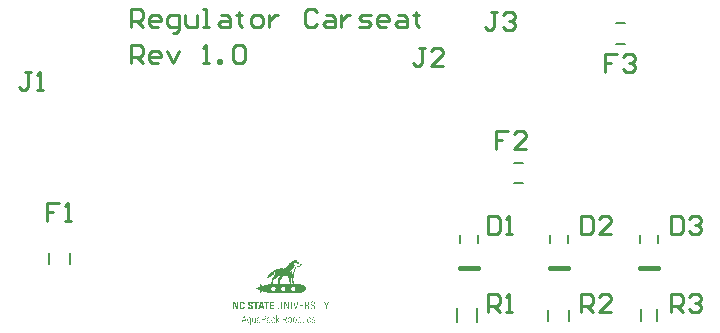
<source format=gto>
G04*
G04 #@! TF.GenerationSoftware,Altium Limited,Altium Designer,22.9.1 (49)*
G04*
G04 Layer_Color=65535*
%FSLAX25Y25*%
%MOIN*%
G70*
G04*
G04 #@! TF.SameCoordinates,DEE7DE5E-5230-4543-89B2-9CAB29215946*
G04*
G04*
G04 #@! TF.FilePolarity,Positive*
G04*
G01*
G75*
%ADD10C,0.00787*%
%ADD11C,0.01575*%
%ADD12C,0.01000*%
G36*
X195720Y130680D02*
X195742D01*
Y130614D01*
X195764D01*
Y130547D01*
X195786D01*
Y130570D01*
X195808D01*
Y130658D01*
X195831D01*
Y130680D01*
X195853D01*
Y130658D01*
X195875D01*
Y130614D01*
X195897D01*
Y130592D01*
X195919D01*
Y130570D01*
X195941D01*
Y130547D01*
X195964D01*
Y130503D01*
X195986D01*
Y130481D01*
X196008D01*
Y130459D01*
X196030D01*
Y130437D01*
X196052D01*
Y130414D01*
X196074D01*
Y130370D01*
X196097D01*
Y130348D01*
X196119D01*
Y130326D01*
X196141D01*
Y130281D01*
X196163D01*
Y130259D01*
X196185D01*
Y130237D01*
X196207D01*
Y130215D01*
X196230D01*
Y130193D01*
X196252D01*
Y130148D01*
X196296D01*
Y130104D01*
X196318D01*
Y130037D01*
X196230D01*
Y130060D01*
X196207D01*
Y130082D01*
X196141D01*
Y130104D01*
X196119D01*
Y130126D01*
X196052D01*
Y130148D01*
X195986D01*
Y130171D01*
X195964D01*
Y130193D01*
X195919D01*
Y130215D01*
X195875D01*
Y130148D01*
X195897D01*
Y130126D01*
X195941D01*
Y130104D01*
X195986D01*
Y130082D01*
X196008D01*
Y130060D01*
X196030D01*
Y130037D01*
X196097D01*
Y130015D01*
X196119D01*
Y129993D01*
X196163D01*
Y129971D01*
X196252D01*
Y129949D01*
X196296D01*
Y129927D01*
X196363D01*
Y129904D01*
X196407D01*
Y129882D01*
X196451D01*
Y129860D01*
X196496D01*
Y129838D01*
X196540D01*
Y129816D01*
X196584D01*
Y129794D01*
X196629D01*
Y129771D01*
X196673D01*
Y129749D01*
X196695D01*
Y129727D01*
X196717D01*
Y129705D01*
X196739D01*
Y129683D01*
X196762D01*
Y129639D01*
X196784D01*
Y129616D01*
X196806D01*
Y129572D01*
X196828D01*
Y129505D01*
X196850D01*
Y129461D01*
X196872D01*
Y129417D01*
X196895D01*
Y129395D01*
X196917D01*
Y129372D01*
X196939D01*
Y129350D01*
X196961D01*
Y129328D01*
X196983D01*
Y129306D01*
X197028D01*
Y129284D01*
X197072D01*
Y129262D01*
X197116D01*
Y129239D01*
X197183D01*
Y129217D01*
X197227D01*
Y129195D01*
X197338D01*
Y129173D01*
X197427D01*
Y129151D01*
X197471D01*
Y129129D01*
X197582D01*
Y129106D01*
X197626D01*
Y129084D01*
X197693D01*
Y129062D01*
X197715D01*
Y129040D01*
X197759D01*
Y129018D01*
X197781D01*
Y128996D01*
X197803D01*
Y128973D01*
X197826D01*
Y128951D01*
X197848D01*
Y128929D01*
X197870D01*
Y128907D01*
X197892D01*
Y128796D01*
X197870D01*
Y128752D01*
X197848D01*
Y128729D01*
X197826D01*
Y128685D01*
X197803D01*
Y128663D01*
X197781D01*
Y128619D01*
X197759D01*
Y128596D01*
X197737D01*
Y128552D01*
X197715D01*
Y128530D01*
X197693D01*
Y128486D01*
X197670D01*
Y128463D01*
X197648D01*
Y128441D01*
X197626D01*
Y128419D01*
X197604D01*
Y128397D01*
X197582D01*
Y128375D01*
X197560D01*
Y128353D01*
X197515D01*
Y128331D01*
X197471D01*
Y128308D01*
X197449D01*
Y128286D01*
X197405D01*
Y128264D01*
X197338D01*
Y128242D01*
X197205D01*
Y128220D01*
X197094D01*
Y128198D01*
X197005D01*
Y128175D01*
X196828D01*
Y128153D01*
X196739D01*
Y128131D01*
X196606D01*
Y128109D01*
X196451D01*
Y128087D01*
X196363D01*
Y128065D01*
X196230D01*
Y128042D01*
X196119D01*
Y128020D01*
X196052D01*
Y127998D01*
X196030D01*
Y127954D01*
X196008D01*
Y127931D01*
X195986D01*
Y127887D01*
X195964D01*
Y127821D01*
X195941D01*
Y127776D01*
X195919D01*
Y127732D01*
X195897D01*
Y127688D01*
X195875D01*
Y127621D01*
X195853D01*
Y127577D01*
X195831D01*
Y127532D01*
X195808D01*
Y127444D01*
X195786D01*
Y127399D01*
X195764D01*
Y127355D01*
X195742D01*
Y127311D01*
X195720D01*
Y127222D01*
X195697D01*
Y127200D01*
X195675D01*
Y127155D01*
X195653D01*
Y127045D01*
X195631D01*
Y127000D01*
X195609D01*
Y126934D01*
X195587D01*
Y126867D01*
X195564D01*
Y126823D01*
X195542D01*
Y126779D01*
X195520D01*
Y126734D01*
X195498D01*
Y126623D01*
X195476D01*
Y126579D01*
X195454D01*
Y126513D01*
X195431D01*
Y126424D01*
X195409D01*
Y126380D01*
X195387D01*
Y126269D01*
X195365D01*
Y126224D01*
X195343D01*
Y126158D01*
X195321D01*
Y126069D01*
X195298D01*
Y125870D01*
X195276D01*
Y125759D01*
X195254D01*
Y125648D01*
X195232D01*
Y125426D01*
X195210D01*
Y125293D01*
X195188D01*
Y125182D01*
X195165D01*
Y124916D01*
X195143D01*
Y124717D01*
X195121D01*
Y124606D01*
X195099D01*
Y124384D01*
X195077D01*
Y123609D01*
X195099D01*
Y123365D01*
X195121D01*
Y123187D01*
X195143D01*
Y122943D01*
X195165D01*
Y122833D01*
X195188D01*
Y122766D01*
X195210D01*
Y122744D01*
X195232D01*
Y122699D01*
X195254D01*
Y122677D01*
X195276D01*
Y122633D01*
X195298D01*
Y122611D01*
X195321D01*
Y122589D01*
X195343D01*
Y122566D01*
X195365D01*
Y122544D01*
X195431D01*
Y122522D01*
X195964D01*
Y122500D01*
X196074D01*
Y122522D01*
X196584D01*
Y122500D01*
X197028D01*
Y122478D01*
X197161D01*
Y122456D01*
X197205D01*
Y122433D01*
X197338D01*
Y122411D01*
X197405D01*
Y122389D01*
X197493D01*
Y122367D01*
X197538D01*
Y122345D01*
X197582D01*
Y122323D01*
X197670D01*
Y122301D01*
X197715D01*
Y122278D01*
X197781D01*
Y122256D01*
X197826D01*
Y122234D01*
X197848D01*
Y122212D01*
X197914D01*
Y122190D01*
X197959D01*
Y122168D01*
X198025D01*
Y122145D01*
X198070D01*
Y122123D01*
X198136D01*
Y122101D01*
X198203D01*
Y122079D01*
X198225D01*
Y122057D01*
X198269D01*
Y122034D01*
X198291D01*
Y122012D01*
X198336D01*
Y121990D01*
X198402D01*
Y121968D01*
X198424D01*
Y121946D01*
X198469D01*
Y121924D01*
X198491D01*
Y121901D01*
X198535D01*
Y121879D01*
X198557D01*
Y121857D01*
X198602D01*
Y121835D01*
X198624D01*
Y121813D01*
X198646D01*
Y121791D01*
X198690D01*
Y121768D01*
X198713D01*
Y121746D01*
X198757D01*
Y121724D01*
X198779D01*
Y121702D01*
X198801D01*
Y121680D01*
X198823D01*
Y121658D01*
X198846D01*
Y121635D01*
X198868D01*
Y121613D01*
X198890D01*
Y121591D01*
X198912D01*
Y121569D01*
X198934D01*
Y121547D01*
X198956D01*
Y121525D01*
X198978D01*
Y121502D01*
X199001D01*
Y121480D01*
X199023D01*
Y121458D01*
X199045D01*
Y121436D01*
X199067D01*
Y121391D01*
X199089D01*
Y121369D01*
X199111D01*
Y121325D01*
X199134D01*
Y121281D01*
X199156D01*
Y121236D01*
X199178D01*
Y121192D01*
X199200D01*
Y121148D01*
X199222D01*
Y120948D01*
X199244D01*
Y120882D01*
X199222D01*
Y120682D01*
X199200D01*
Y120638D01*
X199178D01*
Y120594D01*
X199156D01*
Y120571D01*
X199134D01*
Y120527D01*
X199111D01*
Y120483D01*
X199089D01*
Y120460D01*
X199067D01*
Y120416D01*
X199045D01*
Y120394D01*
X199023D01*
Y120372D01*
X199001D01*
Y120350D01*
X198978D01*
Y120327D01*
X198956D01*
Y120305D01*
X198934D01*
Y120283D01*
X198912D01*
Y120261D01*
X198890D01*
Y120239D01*
X198868D01*
Y120217D01*
X198846D01*
Y120172D01*
X198823D01*
Y120150D01*
X198801D01*
Y120128D01*
X198779D01*
Y120106D01*
X198735D01*
Y120084D01*
X198713D01*
Y120061D01*
X198690D01*
Y120039D01*
X198646D01*
Y120017D01*
X198624D01*
Y119995D01*
X198580D01*
Y119973D01*
X198557D01*
Y119950D01*
X198535D01*
Y119928D01*
X198491D01*
Y119906D01*
X198447D01*
Y119884D01*
X198424D01*
Y119862D01*
X198380D01*
Y119840D01*
X198336D01*
Y119817D01*
X198269D01*
Y119795D01*
X198247D01*
Y119773D01*
X198203D01*
Y119751D01*
X198180D01*
Y119729D01*
X198114D01*
Y119707D01*
X198047D01*
Y119685D01*
X198025D01*
Y119662D01*
X197981D01*
Y119640D01*
X197937D01*
Y119618D01*
X197870D01*
Y119596D01*
X197826D01*
Y119574D01*
X197759D01*
Y119552D01*
X197715D01*
Y119529D01*
X197670D01*
Y119507D01*
X197560D01*
Y119485D01*
X197515D01*
Y119463D01*
X197449D01*
Y119441D01*
X197360D01*
Y119419D01*
X197272D01*
Y119396D01*
X197139D01*
Y119374D01*
X197028D01*
Y119352D01*
X196917D01*
Y119330D01*
X196673D01*
Y119308D01*
X188980D01*
Y119330D01*
X188382D01*
Y119352D01*
X188138D01*
Y119374D01*
X188027D01*
Y119352D01*
X188005D01*
Y119374D01*
X187983D01*
Y119352D01*
X187916D01*
Y119374D01*
X187872D01*
Y119396D01*
X187628D01*
Y119419D01*
X187561D01*
Y119396D01*
X187517D01*
Y119419D01*
X187428D01*
Y119441D01*
X187251D01*
Y119463D01*
X187074D01*
Y119485D01*
X187007D01*
Y119507D01*
X186741D01*
Y119529D01*
X186675D01*
Y119552D01*
X186564D01*
Y119574D01*
X186497D01*
Y119596D01*
X186409D01*
Y119618D01*
X186231D01*
Y119640D01*
X186143D01*
Y119662D01*
X186054D01*
Y119685D01*
X185965D01*
Y119707D01*
X185854D01*
Y119729D01*
X185766D01*
Y119751D01*
X185699D01*
Y119773D01*
X185655D01*
Y119795D01*
X185588D01*
Y119817D01*
X185477D01*
Y119840D01*
X185389D01*
Y119862D01*
X185322D01*
Y119884D01*
X185256D01*
Y119906D01*
X185212D01*
Y119928D01*
X185101D01*
Y119950D01*
X185012D01*
Y119973D01*
X184968D01*
Y119995D01*
X184901D01*
Y120017D01*
X184835D01*
Y120039D01*
X184702D01*
Y120017D01*
X184657D01*
Y119995D01*
X184635D01*
Y119973D01*
X184613D01*
Y119950D01*
X184591D01*
Y119906D01*
X184569D01*
Y119862D01*
X184546D01*
Y119840D01*
X184524D01*
Y119795D01*
X184502D01*
Y119773D01*
X184480D01*
Y119707D01*
X184458D01*
Y119685D01*
X184435D01*
Y119618D01*
X184413D01*
Y119574D01*
X184391D01*
Y119552D01*
X184369D01*
Y119507D01*
X184347D01*
Y119485D01*
X184325D01*
Y119463D01*
X184302D01*
Y119441D01*
X184280D01*
Y119419D01*
X184258D01*
Y119396D01*
X184214D01*
Y119374D01*
X184192D01*
Y119352D01*
X184125D01*
Y119330D01*
X183970D01*
Y119352D01*
X183904D01*
Y119374D01*
X183881D01*
Y119396D01*
X183859D01*
Y119441D01*
X183837D01*
Y120350D01*
X183815D01*
Y120394D01*
X183793D01*
Y120416D01*
X183748D01*
Y120438D01*
X183726D01*
Y120460D01*
X183704D01*
Y120483D01*
X183660D01*
Y120505D01*
X183593D01*
Y120527D01*
X183549D01*
Y120549D01*
X183504D01*
Y120571D01*
X183371D01*
Y120594D01*
X183327D01*
Y120616D01*
X183261D01*
Y120638D01*
X183216D01*
Y120660D01*
X183150D01*
Y120682D01*
X183105D01*
Y120704D01*
X183061D01*
Y120660D01*
X183039D01*
Y120616D01*
X183017D01*
Y120571D01*
X183039D01*
Y120061D01*
X183017D01*
Y120039D01*
X182994D01*
Y120017D01*
X182906D01*
Y120039D01*
X182839D01*
Y120084D01*
X182817D01*
Y120549D01*
X182839D01*
Y120749D01*
X182817D01*
Y120771D01*
X182795D01*
Y120815D01*
X182751D01*
Y120837D01*
X182684D01*
Y120860D01*
X182640D01*
Y120882D01*
X182618D01*
Y120948D01*
X182640D01*
Y120970D01*
X182684D01*
Y120993D01*
X182729D01*
Y121015D01*
X182751D01*
Y121037D01*
X182773D01*
Y121059D01*
X182795D01*
Y121081D01*
X182817D01*
Y121103D01*
X182839D01*
Y121369D01*
X182817D01*
Y121680D01*
X182795D01*
Y121702D01*
X182817D01*
Y121768D01*
X182839D01*
Y121813D01*
X182861D01*
Y121835D01*
X182972D01*
Y121813D01*
X182994D01*
Y121791D01*
X183017D01*
Y121768D01*
X183039D01*
Y121281D01*
X183017D01*
Y121192D01*
X183039D01*
Y121170D01*
X183061D01*
Y121148D01*
X183128D01*
Y121170D01*
X183172D01*
Y121192D01*
X183238D01*
Y121214D01*
X183305D01*
Y121236D01*
X183327D01*
Y121258D01*
X183438D01*
Y121281D01*
X183482D01*
Y121303D01*
X183527D01*
Y121325D01*
X183593D01*
Y121347D01*
X183637D01*
Y121369D01*
X183726D01*
Y121391D01*
X183771D01*
Y121414D01*
X183793D01*
Y121436D01*
X183815D01*
Y121480D01*
X183837D01*
Y122367D01*
X183859D01*
Y122411D01*
X183881D01*
Y122433D01*
X183926D01*
Y122456D01*
X183970D01*
Y122478D01*
X184081D01*
Y122500D01*
X184125D01*
Y122478D01*
X184236D01*
Y122456D01*
X184258D01*
Y122433D01*
X184280D01*
Y122411D01*
X184302D01*
Y122389D01*
X184325D01*
Y122345D01*
X184347D01*
Y122323D01*
X184369D01*
Y122278D01*
X184391D01*
Y122212D01*
X184413D01*
Y122190D01*
X184435D01*
Y122123D01*
X184458D01*
Y122101D01*
X184480D01*
Y122034D01*
X184502D01*
Y122012D01*
X184524D01*
Y121968D01*
X184546D01*
Y121924D01*
X184569D01*
Y121901D01*
X184591D01*
Y121857D01*
X184613D01*
Y121835D01*
X184657D01*
Y121813D01*
X184679D01*
Y121791D01*
X184857D01*
Y121813D01*
X184923D01*
Y121835D01*
X184990D01*
Y121857D01*
X185056D01*
Y121879D01*
X185145D01*
Y121901D01*
X185234D01*
Y121924D01*
X185278D01*
Y121946D01*
X185367D01*
Y121968D01*
X185433D01*
Y121990D01*
X185500D01*
Y122012D01*
X185610D01*
Y122034D01*
X185677D01*
Y122057D01*
X185766D01*
Y122079D01*
X185854D01*
Y122101D01*
X185965D01*
Y122123D01*
X186054D01*
Y122145D01*
X186098D01*
Y122168D01*
X186209D01*
Y122190D01*
X186298D01*
Y122212D01*
X186475D01*
Y122234D01*
X186564D01*
Y122256D01*
X186608D01*
Y122278D01*
X186785D01*
Y122301D01*
X186874D01*
Y122323D01*
X187051D01*
Y122345D01*
X187140D01*
Y122367D01*
X187251D01*
Y122389D01*
X187451D01*
Y122411D01*
X187584D01*
Y122433D01*
X187672D01*
Y122456D01*
X187694D01*
Y122500D01*
X187717D01*
Y122522D01*
X187739D01*
Y122589D01*
X187761D01*
Y122677D01*
X187783D01*
Y122966D01*
X187805D01*
Y123276D01*
X187827D01*
Y124052D01*
X187850D01*
Y124096D01*
X187872D01*
Y124118D01*
X187894D01*
Y124141D01*
X187916D01*
Y124163D01*
X187938D01*
Y124185D01*
X187983D01*
Y124207D01*
X188005D01*
Y124229D01*
X188027D01*
Y124251D01*
X188049D01*
Y124274D01*
X188071D01*
Y124296D01*
X188093D01*
Y124318D01*
X188116D01*
Y124340D01*
X188138D01*
Y124362D01*
X188160D01*
Y124384D01*
X188182D01*
Y124407D01*
X188204D01*
Y124429D01*
X188226D01*
Y124451D01*
X188249D01*
Y124495D01*
X188271D01*
Y124517D01*
X188293D01*
Y124540D01*
X188315D01*
Y124584D01*
X188337D01*
Y124606D01*
X188359D01*
Y124628D01*
X188382D01*
Y124650D01*
X188404D01*
Y124673D01*
X188426D01*
Y124717D01*
X188448D01*
Y124739D01*
X188470D01*
Y124783D01*
X188493D01*
Y124806D01*
X188515D01*
Y124850D01*
X188537D01*
Y124872D01*
X188559D01*
Y124916D01*
X188581D01*
Y124961D01*
X188603D01*
Y124983D01*
X188626D01*
Y125049D01*
X188648D01*
Y125072D01*
X188670D01*
Y125116D01*
X188692D01*
Y125182D01*
X188714D01*
Y125205D01*
X188736D01*
Y125271D01*
X188759D01*
Y125315D01*
X188781D01*
Y125360D01*
X188803D01*
Y125426D01*
X188825D01*
Y125449D01*
X188847D01*
Y125559D01*
X188869D01*
Y125626D01*
X188891D01*
Y125692D01*
X188914D01*
Y125847D01*
X188936D01*
Y125936D01*
X188958D01*
Y126047D01*
X188980D01*
Y126380D01*
X189002D01*
Y126535D01*
X188980D01*
Y126579D01*
X188958D01*
Y126601D01*
X188914D01*
Y126557D01*
X188891D01*
Y126513D01*
X188869D01*
Y126468D01*
X188847D01*
Y126402D01*
X188825D01*
Y126357D01*
X188803D01*
Y126291D01*
X188781D01*
Y126247D01*
X188759D01*
Y126180D01*
X188736D01*
Y126136D01*
X188714D01*
Y126091D01*
X188692D01*
Y126003D01*
X188670D01*
Y125958D01*
X188648D01*
Y125870D01*
X188626D01*
Y125737D01*
X188603D01*
Y125670D01*
X188581D01*
Y125559D01*
X188559D01*
Y125471D01*
X188537D01*
Y125360D01*
X188515D01*
Y125338D01*
X188493D01*
Y125315D01*
X188426D01*
Y125338D01*
X188404D01*
Y125360D01*
X188382D01*
Y125382D01*
X188337D01*
Y125404D01*
X188271D01*
Y125426D01*
X188226D01*
Y125404D01*
X188204D01*
Y125382D01*
X188182D01*
Y125360D01*
X188160D01*
Y125315D01*
X188138D01*
Y125293D01*
X188116D01*
Y125271D01*
X188093D01*
Y125249D01*
X188071D01*
Y125227D01*
X188049D01*
Y125205D01*
X188027D01*
Y125182D01*
X188005D01*
Y125160D01*
X187983D01*
Y125138D01*
X187960D01*
Y125116D01*
X187938D01*
Y125094D01*
X187894D01*
Y125072D01*
X187872D01*
Y125049D01*
X187850D01*
Y125027D01*
X187827D01*
Y125005D01*
X187805D01*
Y124983D01*
X187783D01*
Y124961D01*
X187739D01*
Y124939D01*
X187717D01*
Y124916D01*
X187672D01*
Y124894D01*
X187628D01*
Y124872D01*
X187584D01*
Y124828D01*
X187539D01*
Y124806D01*
X187495D01*
Y124783D01*
X187451D01*
Y124761D01*
X187406D01*
Y124739D01*
X187362D01*
Y124717D01*
X187295D01*
Y124695D01*
X187251D01*
Y124673D01*
X187162D01*
Y124650D01*
X187118D01*
Y124628D01*
X187074D01*
Y124606D01*
X186941D01*
Y124584D01*
X186874D01*
Y124562D01*
X186763D01*
Y124540D01*
X186564D01*
Y124517D01*
X186542D01*
Y124540D01*
X186497D01*
Y124517D01*
X186475D01*
Y124540D01*
X186431D01*
Y124517D01*
X186364D01*
Y124540D01*
X186320D01*
Y124562D01*
X186298D01*
Y124606D01*
X186320D01*
Y124628D01*
X186342D01*
Y124673D01*
X186364D01*
Y124717D01*
X186386D01*
Y124739D01*
X186409D01*
Y124783D01*
X186431D01*
Y124806D01*
X186453D01*
Y124850D01*
X186475D01*
Y124872D01*
X186497D01*
Y124916D01*
X186519D01*
Y124939D01*
X186542D01*
Y124983D01*
X186564D01*
Y125005D01*
X186586D01*
Y125027D01*
X186608D01*
Y125072D01*
X186630D01*
Y125094D01*
X186653D01*
Y125138D01*
X186675D01*
Y125160D01*
X186697D01*
Y125182D01*
X186719D01*
Y125227D01*
X186741D01*
Y125249D01*
X186763D01*
Y125271D01*
X186785D01*
Y125293D01*
X186808D01*
Y125315D01*
X186830D01*
Y125360D01*
X186852D01*
Y125382D01*
X186874D01*
Y125404D01*
X186896D01*
Y125449D01*
X186918D01*
Y125471D01*
X186941D01*
Y125493D01*
X186963D01*
Y125515D01*
X186985D01*
Y125559D01*
X187029D01*
Y125604D01*
X187051D01*
Y125626D01*
X187074D01*
Y125648D01*
X187096D01*
Y125670D01*
X187118D01*
Y125692D01*
X187140D01*
Y125715D01*
X187162D01*
Y125737D01*
X187185D01*
Y125759D01*
X187207D01*
Y125781D01*
X187229D01*
Y125803D01*
X187251D01*
Y125825D01*
X187273D01*
Y125847D01*
X187295D01*
Y125870D01*
X187318D01*
Y125892D01*
X187340D01*
Y125914D01*
X187362D01*
Y125936D01*
X187384D01*
Y125958D01*
X187406D01*
Y125981D01*
X187428D01*
Y126003D01*
X187451D01*
Y126025D01*
X187473D01*
Y126047D01*
X187517D01*
Y126091D01*
X187561D01*
Y126114D01*
X187584D01*
Y126136D01*
X187606D01*
Y126158D01*
X187628D01*
Y126202D01*
X187672D01*
Y126224D01*
X187694D01*
Y126247D01*
X187717D01*
Y126269D01*
X187761D01*
Y126291D01*
X187783D01*
Y126313D01*
X187827D01*
Y126335D01*
X187850D01*
Y126357D01*
X187872D01*
Y126380D01*
X187894D01*
Y126402D01*
X187916D01*
Y126424D01*
X187960D01*
Y126446D01*
X187983D01*
Y126468D01*
X188005D01*
Y126490D01*
X188049D01*
Y126513D01*
X188071D01*
Y126535D01*
X188116D01*
Y126557D01*
X188138D01*
Y126579D01*
X188160D01*
Y126601D01*
X188204D01*
Y126623D01*
X188226D01*
Y126646D01*
X188271D01*
Y126668D01*
X188293D01*
Y126690D01*
X188337D01*
Y126712D01*
X188359D01*
Y126734D01*
X188404D01*
Y126757D01*
X188426D01*
Y126779D01*
X188470D01*
Y126801D01*
X188515D01*
Y126823D01*
X188537D01*
Y126845D01*
X188581D01*
Y126867D01*
X188603D01*
Y126890D01*
X188648D01*
Y126912D01*
X188692D01*
Y126934D01*
X188736D01*
Y126956D01*
X188781D01*
Y126978D01*
X188803D01*
Y127000D01*
X188869D01*
Y127023D01*
X188891D01*
Y127045D01*
X188936D01*
Y127067D01*
X188980D01*
Y127089D01*
X189025D01*
Y127111D01*
X189091D01*
Y127133D01*
X189135D01*
Y127155D01*
X189180D01*
Y127178D01*
X189224D01*
Y127200D01*
X189291D01*
Y127222D01*
X189335D01*
Y127244D01*
X189379D01*
Y127266D01*
X189446D01*
Y127288D01*
X189490D01*
Y127311D01*
X189557D01*
Y127333D01*
X189645D01*
Y127355D01*
X189690D01*
Y127377D01*
X189756D01*
Y127399D01*
X189823D01*
Y127422D01*
X189911D01*
Y127444D01*
X189978D01*
Y127466D01*
X190067D01*
Y127488D01*
X190155D01*
Y127510D01*
X190222D01*
Y127532D01*
X190377D01*
Y127555D01*
X190488D01*
Y127577D01*
X190554D01*
Y127599D01*
X190732D01*
Y127621D01*
X190975D01*
Y127643D01*
X191264D01*
Y127665D01*
X191596D01*
Y127621D01*
X191574D01*
Y127577D01*
X191552D01*
Y127555D01*
X191530D01*
Y127532D01*
X191507D01*
Y127510D01*
X191485D01*
Y127488D01*
X191463D01*
Y127444D01*
X191441D01*
Y127399D01*
X191530D01*
Y127422D01*
X191574D01*
Y127444D01*
X191596D01*
Y127466D01*
X191640D01*
Y127488D01*
X191707D01*
Y127510D01*
X191729D01*
Y127532D01*
X191796D01*
Y127555D01*
X191840D01*
Y127577D01*
X191884D01*
Y127599D01*
X191951D01*
Y127621D01*
X192017D01*
Y127643D01*
X192062D01*
Y127665D01*
X192106D01*
Y127688D01*
X192195D01*
Y127710D01*
X192239D01*
Y127732D01*
X192283D01*
Y127754D01*
X192394D01*
Y127776D01*
X192461D01*
Y127798D01*
X192527D01*
Y127821D01*
X192572D01*
Y127843D01*
X192616D01*
Y127865D01*
X192660D01*
Y127887D01*
X192705D01*
Y127909D01*
X192749D01*
Y127931D01*
X192771D01*
Y127954D01*
X192793D01*
Y127976D01*
X192815D01*
Y127998D01*
X192838D01*
Y128020D01*
X192882D01*
Y128042D01*
X192904D01*
Y128065D01*
X192926D01*
Y128087D01*
X192948D01*
Y128109D01*
X192971D01*
Y128131D01*
X192993D01*
Y128153D01*
X193015D01*
Y128198D01*
X193037D01*
Y128220D01*
X193059D01*
Y128242D01*
X193081D01*
Y128286D01*
X193104D01*
Y128308D01*
X193126D01*
Y128331D01*
X193148D01*
Y128375D01*
X193170D01*
Y128397D01*
X193192D01*
Y128441D01*
X193214D01*
Y128486D01*
X193237D01*
Y128508D01*
X193259D01*
Y128530D01*
X193281D01*
Y128552D01*
X193303D01*
Y128596D01*
X193325D01*
Y128641D01*
X193348D01*
Y128663D01*
X193370D01*
Y128685D01*
X193392D01*
Y128707D01*
X193414D01*
Y128752D01*
X193436D01*
Y128774D01*
X193458D01*
Y128796D01*
X193481D01*
Y128818D01*
X193525D01*
Y128840D01*
X193547D01*
Y128863D01*
X193569D01*
Y128885D01*
X193614D01*
Y128907D01*
X193636D01*
Y128929D01*
X193680D01*
Y128951D01*
X193702D01*
Y128973D01*
X193769D01*
Y128996D01*
X193791D01*
Y129018D01*
X193769D01*
Y129040D01*
X193591D01*
Y129062D01*
X193547D01*
Y129084D01*
X193525D01*
Y129106D01*
X193547D01*
Y129129D01*
X193591D01*
Y129151D01*
X193614D01*
Y129173D01*
X193636D01*
Y129195D01*
X193680D01*
Y129217D01*
X193702D01*
Y129239D01*
X193747D01*
Y129262D01*
X193769D01*
Y129284D01*
X193813D01*
Y129306D01*
X193835D01*
Y129328D01*
X193880D01*
Y129350D01*
X193924D01*
Y129372D01*
X193946D01*
Y129395D01*
X194013D01*
Y129417D01*
X194035D01*
Y129439D01*
X194057D01*
Y129461D01*
X194079D01*
Y129483D01*
X194101D01*
Y129505D01*
X194168D01*
Y129528D01*
X194190D01*
Y129550D01*
X194234D01*
Y129572D01*
X194256D01*
Y129594D01*
X194279D01*
Y129616D01*
X194323D01*
Y129639D01*
X194345D01*
Y129661D01*
X194389D01*
Y129683D01*
X194434D01*
Y129705D01*
X194456D01*
Y129727D01*
X194478D01*
Y129749D01*
X194500D01*
Y129816D01*
X194478D01*
Y129838D01*
X194456D01*
Y129882D01*
X194478D01*
Y129904D01*
X194500D01*
Y129927D01*
X194567D01*
Y129949D01*
X194611D01*
Y129971D01*
X194678D01*
Y129993D01*
X194744D01*
Y130015D01*
X194789D01*
Y130037D01*
X194877D01*
Y130060D01*
X194922D01*
Y130082D01*
X194966D01*
Y130104D01*
X195032D01*
Y130126D01*
X195099D01*
Y130148D01*
X195165D01*
Y130171D01*
X195210D01*
Y130193D01*
X195276D01*
Y130215D01*
X195298D01*
Y130237D01*
X195321D01*
Y130259D01*
X195343D01*
Y130304D01*
X195365D01*
Y130326D01*
X195387D01*
Y130370D01*
X195409D01*
Y130392D01*
X195431D01*
Y130414D01*
X195454D01*
Y130459D01*
X195476D01*
Y130481D01*
X195498D01*
Y130525D01*
X195520D01*
Y130547D01*
X195542D01*
Y130570D01*
X195564D01*
Y130614D01*
X195587D01*
Y130636D01*
X195609D01*
Y130658D01*
X195631D01*
Y130680D01*
X195653D01*
Y130725D01*
X195720D01*
Y130680D01*
D02*
G37*
G36*
X183460Y116559D02*
X183482D01*
Y116160D01*
X183460D01*
Y116137D01*
X183394D01*
Y116160D01*
X183371D01*
Y116137D01*
X182950D01*
Y116160D01*
X182928D01*
Y116137D01*
X182906D01*
Y116093D01*
X182884D01*
Y115184D01*
Y115162D01*
Y114098D01*
X182906D01*
Y114076D01*
X182884D01*
Y114009D01*
X182374D01*
Y114031D01*
X182352D01*
Y116137D01*
X182329D01*
Y116160D01*
X182285D01*
Y116137D01*
X181886D01*
Y116160D01*
X181864D01*
Y116137D01*
X181797D01*
Y116160D01*
X181775D01*
Y116559D01*
X181797D01*
Y116581D01*
X183460D01*
Y116559D01*
D02*
G37*
G36*
X201661Y116603D02*
X201772D01*
Y116581D01*
X201860D01*
Y116559D01*
X201905D01*
Y116536D01*
X201949D01*
Y116514D01*
X201971D01*
Y116492D01*
X201993D01*
Y116470D01*
X202038D01*
Y116426D01*
X202060D01*
Y116403D01*
X202082D01*
Y116381D01*
X202104D01*
Y116337D01*
X202127D01*
Y116293D01*
X202149D01*
Y116204D01*
X202171D01*
Y116115D01*
X202193D01*
Y115938D01*
X202171D01*
Y115916D01*
X201993D01*
Y115938D01*
X201971D01*
Y115960D01*
X201949D01*
Y116137D01*
X201927D01*
Y116226D01*
X201905D01*
Y116248D01*
X201883D01*
Y116315D01*
X201838D01*
Y116337D01*
X201816D01*
Y116359D01*
X201794D01*
Y116381D01*
X201750D01*
Y116403D01*
X201683D01*
Y116426D01*
X201351D01*
Y116403D01*
X201306D01*
Y116381D01*
X201240D01*
Y116359D01*
X201195D01*
Y116337D01*
X201173D01*
Y116315D01*
X201151D01*
Y116293D01*
X201129D01*
Y116226D01*
X201107D01*
Y116182D01*
X201085D01*
Y115849D01*
X201107D01*
Y115805D01*
X201129D01*
Y115761D01*
X201151D01*
Y115738D01*
X201173D01*
Y115694D01*
X201195D01*
Y115672D01*
X201218D01*
Y115650D01*
X201240D01*
Y115628D01*
X201284D01*
Y115605D01*
X201306D01*
Y115583D01*
X201351D01*
Y115561D01*
X201395D01*
Y115539D01*
X201417D01*
Y115517D01*
X201462D01*
Y115495D01*
X201484D01*
Y115472D01*
X201528D01*
Y115450D01*
X201550D01*
Y115428D01*
X201594D01*
Y115406D01*
X201617D01*
Y115384D01*
X201661D01*
Y115361D01*
X201683D01*
Y115339D01*
X201728D01*
Y115317D01*
X201750D01*
Y115295D01*
X201794D01*
Y115273D01*
X201816D01*
Y115251D01*
X201860D01*
Y115228D01*
X201883D01*
Y115206D01*
X201927D01*
Y115184D01*
X201949D01*
Y115162D01*
X201971D01*
Y115140D01*
X202016D01*
Y115118D01*
X202038D01*
Y115095D01*
X202060D01*
Y115073D01*
X202082D01*
Y115029D01*
X202104D01*
Y114985D01*
X202127D01*
Y114962D01*
X202149D01*
Y114874D01*
X202171D01*
Y114830D01*
X202193D01*
Y114785D01*
Y114763D01*
Y114453D01*
X202171D01*
Y114386D01*
X202149D01*
Y114297D01*
X202127D01*
Y114253D01*
X202104D01*
Y114209D01*
X202082D01*
Y114187D01*
X202060D01*
Y114164D01*
X202038D01*
Y114142D01*
X202016D01*
Y114120D01*
X201993D01*
Y114098D01*
X201971D01*
Y114076D01*
X201949D01*
Y114053D01*
X201905D01*
Y114031D01*
X201838D01*
Y114009D01*
X201794D01*
Y113987D01*
X201705D01*
Y113965D01*
X201328D01*
Y113987D01*
X201218D01*
Y114009D01*
X201173D01*
Y114031D01*
X201107D01*
Y114053D01*
X201085D01*
Y114076D01*
X201062D01*
Y114098D01*
X201018D01*
Y114120D01*
X200996D01*
Y114142D01*
X200974D01*
Y114164D01*
X200952D01*
Y114209D01*
X200929D01*
Y114231D01*
X200907D01*
Y114275D01*
X200885D01*
Y114320D01*
X200863D01*
Y114386D01*
X200841D01*
Y114475D01*
X200819D01*
Y114719D01*
X200841D01*
Y114741D01*
X201018D01*
Y114719D01*
X201040D01*
Y114697D01*
X201062D01*
Y114475D01*
X201085D01*
Y114386D01*
X201107D01*
Y114342D01*
X201129D01*
Y114297D01*
X201151D01*
Y114275D01*
X201173D01*
Y114253D01*
X201195D01*
Y114231D01*
X201240D01*
Y114209D01*
X201262D01*
Y114187D01*
X201351D01*
Y114164D01*
X201462D01*
Y114142D01*
X201617D01*
Y114164D01*
X201683D01*
Y114187D01*
X201772D01*
Y114209D01*
X201794D01*
Y114231D01*
X201816D01*
Y114253D01*
X201860D01*
Y114275D01*
X201883D01*
Y114320D01*
X201905D01*
Y114342D01*
X201927D01*
Y114408D01*
X201949D01*
Y114475D01*
X201971D01*
Y114719D01*
X201949D01*
Y114785D01*
X201927D01*
Y114852D01*
X201905D01*
Y114896D01*
X201883D01*
Y114918D01*
X201860D01*
Y114940D01*
X201838D01*
Y114962D01*
X201816D01*
Y114985D01*
X201794D01*
Y115007D01*
X201772D01*
Y115029D01*
X201750D01*
Y115051D01*
X201728D01*
Y115073D01*
X201683D01*
Y115095D01*
X201661D01*
Y115118D01*
X201617D01*
Y115140D01*
X201572D01*
Y115162D01*
X201550D01*
Y115184D01*
X201528D01*
Y115206D01*
X201462D01*
Y115228D01*
X201439D01*
Y115251D01*
X201395D01*
Y115273D01*
X201373D01*
Y115295D01*
X201328D01*
Y115317D01*
X201306D01*
Y115339D01*
X201284D01*
Y115361D01*
X201218D01*
Y115384D01*
X201195D01*
Y115406D01*
X201173D01*
Y115428D01*
X201151D01*
Y115450D01*
X201107D01*
Y115472D01*
X201085D01*
Y115495D01*
X201062D01*
Y115517D01*
X201040D01*
Y115539D01*
X201018D01*
Y115561D01*
X200996D01*
Y115583D01*
X200974D01*
Y115605D01*
X200952D01*
Y115628D01*
X200929D01*
Y115672D01*
X200907D01*
Y115716D01*
X200885D01*
Y115761D01*
X200863D01*
Y116204D01*
X200885D01*
Y116270D01*
X200907D01*
Y116315D01*
X200929D01*
Y116359D01*
X200952D01*
Y116381D01*
X200974D01*
Y116426D01*
X201018D01*
Y116470D01*
X201062D01*
Y116492D01*
X201085D01*
Y116514D01*
X201107D01*
Y116536D01*
X201173D01*
Y116559D01*
X201195D01*
Y116581D01*
X201306D01*
Y116603D01*
X201395D01*
Y116625D01*
X201661D01*
Y116603D01*
D02*
G37*
G36*
X181021Y116581D02*
X181155D01*
Y116559D01*
X181199D01*
Y116536D01*
X181265D01*
Y116514D01*
X181288D01*
Y116492D01*
X181332D01*
Y116470D01*
X181354D01*
Y116448D01*
X181376D01*
Y116426D01*
X181398D01*
Y116403D01*
X181421D01*
Y116381D01*
X181443D01*
Y116337D01*
X181465D01*
Y116293D01*
X181487D01*
Y116248D01*
X181509D01*
Y116182D01*
X181531D01*
Y116093D01*
X181553D01*
Y115871D01*
X181531D01*
Y115849D01*
X181044D01*
Y115871D01*
X181021D01*
Y116049D01*
X180999D01*
Y116093D01*
X180977D01*
Y116137D01*
X180955D01*
Y116160D01*
X180933D01*
Y116182D01*
X180911D01*
Y116204D01*
X180866D01*
Y116226D01*
X180667D01*
Y116204D01*
X180622D01*
Y116182D01*
X180600D01*
Y116160D01*
X180556D01*
Y116115D01*
X180534D01*
Y116071D01*
X180512D01*
Y115960D01*
Y115938D01*
Y115849D01*
X180534D01*
Y115805D01*
X180556D01*
Y115783D01*
X180578D01*
Y115761D01*
X180600D01*
Y115738D01*
X180622D01*
Y115716D01*
X180645D01*
Y115694D01*
X180667D01*
Y115672D01*
X180689D01*
Y115650D01*
X180711D01*
Y115628D01*
X180755D01*
Y115605D01*
X180778D01*
Y115583D01*
X180822D01*
Y115561D01*
X180866D01*
Y115539D01*
X180888D01*
Y115517D01*
X180955D01*
Y115495D01*
X180977D01*
Y115472D01*
X181044D01*
Y115450D01*
X181066D01*
Y115428D01*
X181088D01*
Y115406D01*
X181155D01*
Y115384D01*
X181177D01*
Y115361D01*
X181221D01*
Y115339D01*
X181243D01*
Y115317D01*
X181265D01*
Y115295D01*
X181310D01*
Y115273D01*
X181332D01*
Y115251D01*
X181354D01*
Y115228D01*
X181376D01*
Y115206D01*
X181398D01*
Y115184D01*
X181421D01*
Y115162D01*
X181443D01*
Y115118D01*
X181465D01*
Y115073D01*
X181487D01*
Y115051D01*
X181509D01*
Y114985D01*
X181531D01*
Y114962D01*
X181553D01*
Y114852D01*
X181576D01*
Y114541D01*
X181553D01*
Y114408D01*
X181531D01*
Y114364D01*
X181509D01*
Y114320D01*
X181487D01*
Y114275D01*
X181465D01*
Y114253D01*
X181443D01*
Y114209D01*
X181421D01*
Y114187D01*
X181398D01*
Y114164D01*
X181376D01*
Y114142D01*
X181332D01*
Y114120D01*
X181310D01*
Y114098D01*
X181288D01*
Y114076D01*
X181243D01*
Y114053D01*
X181199D01*
Y114031D01*
X181110D01*
Y114009D01*
X181044D01*
Y113987D01*
X180822D01*
Y113965D01*
X180578D01*
Y113987D01*
X180379D01*
Y114009D01*
X180334D01*
Y114031D01*
X180268D01*
Y114053D01*
X180246D01*
Y114076D01*
X180179D01*
Y114098D01*
X180157D01*
Y114120D01*
X180135D01*
Y114142D01*
X180090D01*
Y114164D01*
X180068D01*
Y114209D01*
X180046D01*
Y114231D01*
X180024D01*
Y114275D01*
X180002D01*
Y114320D01*
X179980D01*
Y114364D01*
X179957D01*
Y114453D01*
X179935D01*
Y114563D01*
X179913D01*
Y114763D01*
X179935D01*
Y114785D01*
X179957D01*
Y114807D01*
X180423D01*
Y114785D01*
X180445D01*
Y114741D01*
X180467D01*
Y114586D01*
X180489D01*
Y114497D01*
X180512D01*
Y114453D01*
X180534D01*
Y114430D01*
X180556D01*
Y114408D01*
X180578D01*
Y114386D01*
X180622D01*
Y114364D01*
X180711D01*
Y114342D01*
X180822D01*
Y114364D01*
X180888D01*
Y114386D01*
X180933D01*
Y114408D01*
X180955D01*
Y114430D01*
X180977D01*
Y114453D01*
X180999D01*
Y114497D01*
X181021D01*
Y114608D01*
X181044D01*
Y114674D01*
X181021D01*
Y114763D01*
X180999D01*
Y114785D01*
X180977D01*
Y114830D01*
X180955D01*
Y114852D01*
X180933D01*
Y114874D01*
X180911D01*
Y114896D01*
X180888D01*
Y114918D01*
X180866D01*
Y114940D01*
X180822D01*
Y114962D01*
X180800D01*
Y114985D01*
X180755D01*
Y115007D01*
X180733D01*
Y115029D01*
X180689D01*
Y115051D01*
X180645D01*
Y115073D01*
X180622D01*
Y115095D01*
X180578D01*
Y115118D01*
X180556D01*
Y115140D01*
X180512D01*
Y115162D01*
X180467D01*
Y115184D01*
X180445D01*
Y115206D01*
X180401D01*
Y115228D01*
X180379D01*
Y115251D01*
X180334D01*
Y115273D01*
X180312D01*
Y115295D01*
X180268D01*
Y115317D01*
X180246D01*
Y115339D01*
X180223D01*
Y115361D01*
X180201D01*
Y115384D01*
X180179D01*
Y115406D01*
X180157D01*
Y115428D01*
X180135D01*
Y115450D01*
X180113D01*
Y115472D01*
X180090D01*
Y115495D01*
X180068D01*
Y115539D01*
X180046D01*
Y115583D01*
X180024D01*
Y115628D01*
X180002D01*
Y115694D01*
X179980D01*
Y115761D01*
X179957D01*
Y116071D01*
X179980D01*
Y116160D01*
X180002D01*
Y116204D01*
X180024D01*
Y116270D01*
X180046D01*
Y116293D01*
X180068D01*
Y116337D01*
X180090D01*
Y116359D01*
X180113D01*
Y116381D01*
X180135D01*
Y116426D01*
X180179D01*
Y116448D01*
X180201D01*
Y116470D01*
X180246D01*
Y116492D01*
X180268D01*
Y116514D01*
X180312D01*
Y116536D01*
X180379D01*
Y116559D01*
X180423D01*
Y116581D01*
X180556D01*
Y116603D01*
X181021D01*
Y116581D01*
D02*
G37*
G36*
X178095Y116603D02*
X178295D01*
Y116581D01*
X178428D01*
Y116559D01*
X178450D01*
Y116536D01*
X178516D01*
Y116514D01*
X178539D01*
Y116492D01*
X178583D01*
Y116470D01*
X178605D01*
Y116448D01*
X178627D01*
Y116426D01*
X178649D01*
Y116403D01*
X178672D01*
Y116381D01*
X178694D01*
Y116337D01*
X178716D01*
Y116315D01*
X178738D01*
Y116270D01*
X178760D01*
Y116204D01*
X178782D01*
Y116160D01*
X178805D01*
Y116027D01*
X178827D01*
Y115938D01*
X178849D01*
Y115805D01*
X178827D01*
Y115761D01*
X178317D01*
Y115827D01*
X178295D01*
Y115849D01*
X178317D01*
Y115916D01*
X178295D01*
Y116027D01*
X178272D01*
Y116115D01*
X178250D01*
Y116160D01*
X178228D01*
Y116182D01*
X178206D01*
Y116204D01*
X178162D01*
Y116226D01*
X178006D01*
Y116204D01*
X177918D01*
Y116182D01*
X177896D01*
Y116160D01*
X177874D01*
Y116137D01*
X177851D01*
Y116093D01*
X177829D01*
Y116049D01*
X177807D01*
Y116027D01*
Y116004D01*
X177785D01*
Y115849D01*
X177763D01*
Y115650D01*
X177741D01*
Y114940D01*
X177763D01*
Y114763D01*
X177785D01*
Y114586D01*
X177807D01*
Y114541D01*
X177829D01*
Y114475D01*
X177851D01*
Y114453D01*
X177874D01*
Y114430D01*
X177896D01*
Y114408D01*
X177918D01*
Y114386D01*
X177962D01*
Y114364D01*
X178051D01*
Y114342D01*
X178117D01*
Y114364D01*
X178184D01*
Y114386D01*
X178206D01*
Y114408D01*
X178250D01*
Y114453D01*
X178272D01*
Y114497D01*
X178295D01*
Y114563D01*
X178317D01*
Y114830D01*
X178339D01*
Y114874D01*
X178849D01*
Y114563D01*
X178827D01*
Y114475D01*
X178805D01*
Y114386D01*
X178782D01*
Y114342D01*
X178760D01*
Y114297D01*
X178738D01*
Y114253D01*
X178716D01*
Y114231D01*
X178694D01*
Y114187D01*
X178672D01*
Y114164D01*
X178649D01*
Y114142D01*
X178627D01*
Y114120D01*
X178583D01*
Y114098D01*
X178561D01*
Y114076D01*
X178516D01*
Y114053D01*
X178494D01*
Y114031D01*
X178428D01*
Y114009D01*
X178361D01*
Y113987D01*
X178162D01*
Y113965D01*
X177984D01*
Y113987D01*
X177785D01*
Y114009D01*
X177741D01*
Y114031D01*
X177652D01*
Y114053D01*
X177607D01*
Y114076D01*
X177563D01*
Y114098D01*
X177541D01*
Y114120D01*
X177497D01*
Y114142D01*
X177474D01*
Y114164D01*
X177452D01*
Y114187D01*
X177430D01*
Y114209D01*
X177408D01*
Y114231D01*
X177386D01*
Y114253D01*
X177364D01*
Y114297D01*
X177341D01*
Y114342D01*
X177319D01*
Y114386D01*
X177297D01*
Y114453D01*
X177275D01*
Y114497D01*
X177253D01*
Y114630D01*
X177231D01*
Y114741D01*
X177208D01*
Y115849D01*
X177231D01*
Y115960D01*
X177253D01*
Y116093D01*
X177275D01*
Y116137D01*
X177297D01*
Y116204D01*
X177319D01*
Y116248D01*
X177341D01*
Y116270D01*
X177364D01*
Y116315D01*
X177386D01*
Y116337D01*
X177408D01*
Y116381D01*
X177430D01*
Y116403D01*
X177452D01*
Y116426D01*
X177474D01*
Y116448D01*
X177497D01*
Y116470D01*
X177541D01*
Y116492D01*
X177585D01*
Y116514D01*
X177607D01*
Y116536D01*
X177674D01*
Y116559D01*
X177718D01*
Y116581D01*
X177874D01*
Y116603D01*
X178073D01*
Y116625D01*
X178095D01*
Y116603D01*
D02*
G37*
G36*
X206937Y116559D02*
X206959D01*
Y116514D01*
X206937D01*
Y116448D01*
X206915D01*
Y116426D01*
X206893D01*
Y116381D01*
X206871D01*
Y116315D01*
X206849D01*
Y116293D01*
X206826D01*
Y116226D01*
X206804D01*
Y116204D01*
X206782D01*
Y116137D01*
X206760D01*
Y116093D01*
X206738D01*
Y116071D01*
X206715D01*
Y116004D01*
X206693D01*
Y115982D01*
X206671D01*
Y115916D01*
X206649D01*
Y115871D01*
X206627D01*
Y115827D01*
X206605D01*
Y115783D01*
X206582D01*
Y115761D01*
X206560D01*
Y115694D01*
X206538D01*
Y115650D01*
X206516D01*
Y115605D01*
X206494D01*
Y115561D01*
X206472D01*
Y115517D01*
X206450D01*
Y115472D01*
X206427D01*
Y115428D01*
X206405D01*
Y115384D01*
X206383D01*
Y115339D01*
X206361D01*
Y115295D01*
X206339D01*
Y115251D01*
X206316D01*
Y115206D01*
X206294D01*
Y115140D01*
X206272D01*
Y115118D01*
X206250D01*
Y114031D01*
X206228D01*
Y114009D01*
X206028D01*
Y115073D01*
X206006D01*
Y115118D01*
X205984D01*
Y115184D01*
X205962D01*
Y115228D01*
X205940D01*
Y115251D01*
X205918D01*
Y115317D01*
X205895D01*
Y115339D01*
X205873D01*
Y115406D01*
X205851D01*
Y115450D01*
X205829D01*
Y115495D01*
X205807D01*
Y115539D01*
X205785D01*
Y115561D01*
X205762D01*
Y115628D01*
X205740D01*
Y115672D01*
X205718D01*
Y115716D01*
X205696D01*
Y115761D01*
X205674D01*
Y115805D01*
X205651D01*
Y115871D01*
X205629D01*
Y115894D01*
X205607D01*
Y115960D01*
X205585D01*
Y115982D01*
X205563D01*
Y116027D01*
X205541D01*
Y116093D01*
X205518D01*
Y116115D01*
X205496D01*
Y116182D01*
X205474D01*
Y116204D01*
X205452D01*
Y116270D01*
X205430D01*
Y116315D01*
X205408D01*
Y116359D01*
X205385D01*
Y116403D01*
X205363D01*
Y116448D01*
X205341D01*
Y116492D01*
X205319D01*
Y116581D01*
X205541D01*
Y116536D01*
X205563D01*
Y116514D01*
X205585D01*
Y116470D01*
X205607D01*
Y116403D01*
X205629D01*
Y116381D01*
X205651D01*
Y116315D01*
X205674D01*
Y116270D01*
X205696D01*
Y116226D01*
X205718D01*
Y116182D01*
X205740D01*
Y116137D01*
X205762D01*
Y116071D01*
X205785D01*
Y116027D01*
X205807D01*
Y115982D01*
X205829D01*
Y115938D01*
X205851D01*
Y115894D01*
X205873D01*
Y115827D01*
X205895D01*
Y115805D01*
X205918D01*
Y115738D01*
X205940D01*
Y115694D01*
X205962D01*
Y115650D01*
X205984D01*
Y115583D01*
X206006D01*
Y115561D01*
X206028D01*
Y115495D01*
X206050D01*
Y115450D01*
X206073D01*
Y115406D01*
X206095D01*
Y115361D01*
X206117D01*
Y115339D01*
X206161D01*
Y115361D01*
X206184D01*
Y115428D01*
X206206D01*
Y115472D01*
X206228D01*
Y115517D01*
X206250D01*
Y115561D01*
X206272D01*
Y115583D01*
X206294D01*
Y115650D01*
X206316D01*
Y115694D01*
X206339D01*
Y115738D01*
X206361D01*
Y115783D01*
X206383D01*
Y115827D01*
X206405D01*
Y115894D01*
X206427D01*
Y115916D01*
X206450D01*
Y115982D01*
X206472D01*
Y116027D01*
X206494D01*
Y116049D01*
X206516D01*
Y116115D01*
X206538D01*
Y116137D01*
X206560D01*
Y116204D01*
X206582D01*
Y116248D01*
X206605D01*
Y116293D01*
X206627D01*
Y116337D01*
X206649D01*
Y116381D01*
X206671D01*
Y116448D01*
X206693D01*
Y116470D01*
X206715D01*
Y116536D01*
X206738D01*
Y116559D01*
X206782D01*
Y116581D01*
X206937D01*
Y116559D01*
D02*
G37*
G36*
X176765Y114009D02*
X176078D01*
Y114031D01*
X176056D01*
Y114053D01*
X176033D01*
Y114142D01*
X176011D01*
Y114187D01*
X175989D01*
Y114231D01*
X175967D01*
Y114297D01*
X175945D01*
Y114342D01*
X175923D01*
Y114430D01*
X175900D01*
Y114475D01*
X175878D01*
Y114541D01*
X175856D01*
Y114608D01*
X175834D01*
Y114652D01*
X175812D01*
Y114719D01*
X175790D01*
Y114763D01*
X175767D01*
Y114852D01*
X175745D01*
Y114896D01*
X175723D01*
Y114940D01*
X175701D01*
Y115007D01*
X175679D01*
Y115051D01*
X175656D01*
Y115140D01*
X175634D01*
Y115184D01*
X175612D01*
Y115251D01*
X175590D01*
Y115317D01*
X175568D01*
Y115361D01*
X175546D01*
Y115428D01*
X175523D01*
Y115472D01*
X175501D01*
Y115561D01*
X175479D01*
Y115605D01*
X175457D01*
Y115672D01*
X175435D01*
Y115738D01*
X175413D01*
Y115761D01*
X175391D01*
Y115805D01*
X175368D01*
Y115827D01*
X175346D01*
Y115694D01*
X175368D01*
Y114142D01*
X175346D01*
Y114120D01*
X175368D01*
Y114053D01*
X175346D01*
Y114009D01*
X174858D01*
Y116581D01*
X175568D01*
Y116559D01*
X175590D01*
Y116514D01*
X175612D01*
Y116448D01*
X175634D01*
Y116426D01*
X175656D01*
Y116337D01*
X175679D01*
Y116293D01*
X175701D01*
Y116226D01*
X175723D01*
Y116182D01*
X175745D01*
Y116137D01*
X175767D01*
Y116049D01*
X175790D01*
Y116027D01*
X175812D01*
Y115938D01*
X175834D01*
Y115894D01*
X175856D01*
Y115827D01*
X175878D01*
Y115761D01*
X175900D01*
Y115738D01*
X175923D01*
Y115650D01*
X175945D01*
Y115605D01*
X175967D01*
Y115539D01*
X175989D01*
Y115495D01*
X176011D01*
Y115450D01*
X176033D01*
Y115361D01*
X176056D01*
Y115317D01*
X176078D01*
Y115251D01*
X176100D01*
Y115206D01*
X176122D01*
Y115140D01*
X176144D01*
Y115073D01*
X176166D01*
Y115029D01*
X176189D01*
Y114962D01*
X176211D01*
Y114918D01*
X176233D01*
Y114896D01*
X176255D01*
Y114852D01*
X176277D01*
Y115162D01*
Y115184D01*
Y116559D01*
X176300D01*
Y116581D01*
X176765D01*
Y114009D01*
D02*
G37*
G36*
X193614Y116559D02*
X193636D01*
Y114031D01*
X193614D01*
Y114009D01*
X193281D01*
Y114031D01*
X193259D01*
Y114098D01*
X193237D01*
Y114120D01*
X193214D01*
Y114187D01*
X193192D01*
Y114231D01*
X193170D01*
Y114275D01*
X193148D01*
Y114320D01*
X193126D01*
Y114364D01*
X193104D01*
Y114430D01*
X193081D01*
Y114475D01*
X193059D01*
Y114519D01*
X193037D01*
Y114563D01*
X193015D01*
Y114608D01*
X192993D01*
Y114674D01*
X192971D01*
Y114697D01*
X192948D01*
Y114763D01*
X192926D01*
Y114807D01*
X192904D01*
Y114852D01*
X192882D01*
Y114918D01*
X192860D01*
Y114940D01*
X192838D01*
Y115007D01*
X192815D01*
Y115051D01*
X192793D01*
Y115095D01*
X192771D01*
Y115162D01*
X192749D01*
Y115184D01*
X192727D01*
Y115251D01*
X192705D01*
Y115295D01*
X192683D01*
Y115361D01*
X192660D01*
Y115384D01*
X192638D01*
Y115428D01*
X192616D01*
Y115495D01*
X192594D01*
Y115517D01*
X192572D01*
Y115605D01*
X192550D01*
Y115628D01*
X192527D01*
Y115694D01*
X192505D01*
Y115738D01*
X192483D01*
Y115783D01*
X192461D01*
Y115849D01*
X192439D01*
Y115871D01*
X192416D01*
Y115938D01*
X192394D01*
Y115982D01*
X192372D01*
Y116027D01*
X192350D01*
Y116071D01*
X192328D01*
Y116115D01*
X192306D01*
Y116182D01*
X192283D01*
Y116204D01*
X192239D01*
Y114031D01*
X192217D01*
Y114009D01*
X192017D01*
Y114031D01*
X191995D01*
Y114807D01*
Y114830D01*
Y116536D01*
X192017D01*
Y116559D01*
X192040D01*
Y116581D01*
X192350D01*
Y116536D01*
X192372D01*
Y116514D01*
X192394D01*
Y116470D01*
X192416D01*
Y116403D01*
X192439D01*
Y116381D01*
X192461D01*
Y116315D01*
X192483D01*
Y116270D01*
X192505D01*
Y116226D01*
X192527D01*
Y116160D01*
X192550D01*
Y116137D01*
X192572D01*
Y116071D01*
X192594D01*
Y116027D01*
X192616D01*
Y115982D01*
X192638D01*
Y115938D01*
X192660D01*
Y115894D01*
X192683D01*
Y115827D01*
X192705D01*
Y115805D01*
X192727D01*
Y115738D01*
X192749D01*
Y115694D01*
X192771D01*
Y115650D01*
X192793D01*
Y115583D01*
X192815D01*
Y115561D01*
X192838D01*
Y115495D01*
X192860D01*
Y115450D01*
X192882D01*
Y115406D01*
X192904D01*
Y115361D01*
X192926D01*
Y115317D01*
X192948D01*
Y115251D01*
X192971D01*
Y115228D01*
X192993D01*
Y115162D01*
X193015D01*
Y115118D01*
X193037D01*
Y115073D01*
X193059D01*
Y115007D01*
X193081D01*
Y114985D01*
X193104D01*
Y114918D01*
X193126D01*
Y114874D01*
X193148D01*
Y114830D01*
X193170D01*
Y114785D01*
X193192D01*
Y114741D01*
X193214D01*
Y114674D01*
X193237D01*
Y114652D01*
X193259D01*
Y114586D01*
X193281D01*
Y114541D01*
X193303D01*
Y114497D01*
X193325D01*
Y114430D01*
X193348D01*
Y114408D01*
X193370D01*
Y114386D01*
X193392D01*
Y114364D01*
X193414D01*
Y114453D01*
X193392D01*
Y114586D01*
X193414D01*
Y116448D01*
X193392D01*
Y116492D01*
X193414D01*
Y116559D01*
X193436D01*
Y116581D01*
X193614D01*
Y116559D01*
D02*
G37*
G36*
X196717D02*
X196739D01*
Y116492D01*
X196717D01*
Y116381D01*
X196695D01*
Y116337D01*
X196673D01*
Y116226D01*
X196651D01*
Y116160D01*
X196629D01*
Y116093D01*
X196606D01*
Y116004D01*
X196584D01*
Y115938D01*
X196562D01*
Y115827D01*
X196540D01*
Y115761D01*
X196518D01*
Y115672D01*
X196496D01*
Y115605D01*
X196473D01*
Y115539D01*
X196451D01*
Y115428D01*
X196429D01*
Y115384D01*
X196407D01*
Y115273D01*
X196385D01*
Y115206D01*
X196363D01*
Y115140D01*
X196340D01*
Y115029D01*
X196318D01*
Y114985D01*
X196296D01*
Y114874D01*
X196274D01*
Y114807D01*
X196252D01*
Y114719D01*
X196230D01*
Y114630D01*
X196207D01*
Y114586D01*
X196185D01*
Y114475D01*
X196163D01*
Y114408D01*
X196141D01*
Y114297D01*
X196119D01*
Y114253D01*
X196097D01*
Y114164D01*
X196074D01*
Y114076D01*
X196052D01*
Y114031D01*
X196030D01*
Y114009D01*
X195764D01*
Y114053D01*
X195742D01*
Y114098D01*
X195720D01*
Y114187D01*
X195697D01*
Y114253D01*
X195675D01*
Y114320D01*
X195653D01*
Y114430D01*
X195631D01*
Y114497D01*
X195609D01*
Y114586D01*
X195587D01*
Y114652D01*
X195564D01*
Y114719D01*
X195542D01*
Y114830D01*
X195520D01*
Y114874D01*
X195498D01*
Y114985D01*
X195476D01*
Y115051D01*
X195454D01*
Y115140D01*
X195431D01*
Y115228D01*
X195409D01*
Y115273D01*
X195387D01*
Y115384D01*
X195365D01*
Y115450D01*
X195343D01*
Y115539D01*
X195321D01*
Y115605D01*
X195298D01*
Y115672D01*
X195276D01*
Y115783D01*
X195254D01*
Y115827D01*
X195232D01*
Y115938D01*
X195210D01*
Y116004D01*
X195188D01*
Y116093D01*
X195165D01*
Y116182D01*
X195143D01*
Y116226D01*
X195121D01*
Y116337D01*
X195099D01*
Y116403D01*
X195077D01*
Y116492D01*
X195055D01*
Y116559D01*
X195077D01*
Y116581D01*
X195276D01*
Y116536D01*
X195298D01*
Y116470D01*
X195321D01*
Y116403D01*
X195343D01*
Y116293D01*
X195365D01*
Y116248D01*
X195387D01*
Y116137D01*
X195409D01*
Y116071D01*
X195431D01*
Y115982D01*
X195454D01*
Y115894D01*
X195476D01*
Y115827D01*
X195498D01*
Y115716D01*
X195520D01*
Y115650D01*
X195542D01*
Y115539D01*
X195564D01*
Y115472D01*
X195587D01*
Y115406D01*
X195609D01*
Y115295D01*
X195631D01*
Y115251D01*
X195653D01*
Y115140D01*
X195675D01*
Y115073D01*
X195697D01*
Y114985D01*
X195720D01*
Y114874D01*
X195742D01*
Y114830D01*
X195764D01*
Y114719D01*
X195786D01*
Y114652D01*
X195808D01*
Y114541D01*
X195831D01*
Y114475D01*
X195853D01*
Y114386D01*
X195875D01*
Y114320D01*
X195919D01*
Y114408D01*
X195941D01*
Y114475D01*
X195964D01*
Y114563D01*
X195986D01*
Y114652D01*
X196008D01*
Y114697D01*
X196030D01*
Y114807D01*
X196052D01*
Y114874D01*
X196074D01*
Y114962D01*
X196097D01*
Y115051D01*
X196119D01*
Y115073D01*
Y115095D01*
X196141D01*
Y115206D01*
X196163D01*
Y115273D01*
X196185D01*
Y115384D01*
X196207D01*
Y115428D01*
X196230D01*
Y115517D01*
X196252D01*
Y115605D01*
X196274D01*
Y115672D01*
X196296D01*
Y115783D01*
X196318D01*
Y115827D01*
X196340D01*
Y115938D01*
X196363D01*
Y116004D01*
X196385D01*
Y116071D01*
X196407D01*
Y116182D01*
X196429D01*
Y116226D01*
X196451D01*
Y116337D01*
X196473D01*
Y116403D01*
X196496D01*
Y116492D01*
X196518D01*
Y116559D01*
X196562D01*
Y116581D01*
X196717D01*
Y116559D01*
D02*
G37*
G36*
X191308D02*
X191330D01*
Y114586D01*
X191308D01*
Y114497D01*
X191286D01*
Y114408D01*
X191264D01*
Y114364D01*
X191242D01*
Y114297D01*
X191219D01*
Y114253D01*
X191197D01*
Y114231D01*
X191175D01*
Y114187D01*
X191153D01*
Y114164D01*
X191131D01*
Y114142D01*
X191109D01*
Y114120D01*
X191086D01*
Y114098D01*
X191042D01*
Y114076D01*
X191020D01*
Y114053D01*
X190998D01*
Y114031D01*
X190909D01*
Y114009D01*
X190865D01*
Y113987D01*
X190754D01*
Y113965D01*
X190421D01*
Y113987D01*
X190288D01*
Y114009D01*
X190244D01*
Y114031D01*
X190177D01*
Y114053D01*
X190155D01*
Y114076D01*
X190111D01*
Y114098D01*
X190089D01*
Y114120D01*
X190067D01*
Y114142D01*
X190022D01*
Y114187D01*
X190000D01*
Y114209D01*
X189978D01*
Y114231D01*
X189956D01*
Y114297D01*
X189934D01*
Y114320D01*
X189911D01*
Y114386D01*
X189889D01*
Y114430D01*
X189867D01*
Y114563D01*
X189845D01*
Y114741D01*
X189823D01*
Y116536D01*
X189845D01*
Y116559D01*
X189867D01*
Y116581D01*
X190022D01*
Y116559D01*
X190067D01*
Y114608D01*
X190089D01*
Y114519D01*
X190111D01*
Y114453D01*
X190133D01*
Y114386D01*
X190155D01*
Y114364D01*
X190177D01*
Y114320D01*
X190199D01*
Y114297D01*
X190222D01*
Y114275D01*
X190244D01*
Y114253D01*
X190266D01*
Y114231D01*
X190310D01*
Y114209D01*
X190332D01*
Y114187D01*
X190421D01*
Y114164D01*
X190488D01*
Y114142D01*
X190665D01*
Y114164D01*
X190754D01*
Y114187D01*
X190820D01*
Y114209D01*
X190865D01*
Y114231D01*
X190887D01*
Y114253D01*
X190931D01*
Y114297D01*
X190975D01*
Y114342D01*
X190998D01*
Y114364D01*
X191020D01*
Y114408D01*
X191042D01*
Y114475D01*
X191064D01*
Y114541D01*
X191086D01*
Y114763D01*
X191109D01*
Y116559D01*
X191153D01*
Y116581D01*
X191308D01*
Y116559D01*
D02*
G37*
G36*
X205009D02*
X205031D01*
Y116403D01*
X205009D01*
Y116381D01*
X204432D01*
Y116359D01*
X204410D01*
Y114031D01*
X204388D01*
Y114009D01*
X204188D01*
Y116359D01*
X204166D01*
Y116381D01*
X203568D01*
Y116559D01*
X203590D01*
Y116581D01*
X205009D01*
Y116559D01*
D02*
G37*
G36*
X203058Y114009D02*
X202858D01*
Y114031D01*
X202836D01*
Y116559D01*
X202858D01*
Y116581D01*
X203058D01*
Y114009D01*
D02*
G37*
G36*
X199799Y116559D02*
X199887D01*
Y116536D01*
X199998D01*
Y116514D01*
X200043D01*
Y116492D01*
X200065D01*
Y116470D01*
X200109D01*
Y116448D01*
X200131D01*
Y116403D01*
X200153D01*
Y116381D01*
X200176D01*
Y116337D01*
X200198D01*
Y116293D01*
X200220D01*
Y116204D01*
X200242D01*
Y115982D01*
X200264D01*
Y115916D01*
X200242D01*
Y115694D01*
X200220D01*
Y115628D01*
X200198D01*
Y115583D01*
X200176D01*
Y115539D01*
X200153D01*
Y115517D01*
X200131D01*
Y115472D01*
X200087D01*
Y115450D01*
X200065D01*
Y115428D01*
X200043D01*
Y115406D01*
X199998D01*
Y115384D01*
X199954D01*
Y115361D01*
X199910D01*
Y115339D01*
X199887D01*
Y115317D01*
X199998D01*
Y115295D01*
X200043D01*
Y115273D01*
X200087D01*
Y115251D01*
X200109D01*
Y115228D01*
X200131D01*
Y115206D01*
X200153D01*
Y115184D01*
X200176D01*
Y115095D01*
X200198D01*
Y115029D01*
X200220D01*
Y114807D01*
X200242D01*
Y114364D01*
X200220D01*
Y114320D01*
X200242D01*
Y114076D01*
X200264D01*
Y114031D01*
X200242D01*
Y114009D01*
X200065D01*
Y114031D01*
X200043D01*
Y114053D01*
X200021D01*
Y114541D01*
X199998D01*
Y114962D01*
X199976D01*
Y115029D01*
X199954D01*
Y115073D01*
X199932D01*
Y115095D01*
X199910D01*
Y115140D01*
X199887D01*
Y115162D01*
X199865D01*
Y115184D01*
X199821D01*
Y115206D01*
X199777D01*
Y115228D01*
X199732D01*
Y115251D01*
X199156D01*
Y114031D01*
X199134D01*
Y114009D01*
X198956D01*
Y114031D01*
X198934D01*
Y116559D01*
X198956D01*
Y116581D01*
X199799D01*
Y116559D01*
D02*
G37*
G36*
X198358Y116536D02*
X198380D01*
Y116403D01*
X198358D01*
Y116381D01*
X197471D01*
Y116359D01*
X197449D01*
Y115428D01*
X198313D01*
Y115406D01*
X198336D01*
Y115251D01*
X198313D01*
Y115228D01*
X197471D01*
Y115206D01*
X197449D01*
Y114209D01*
X198358D01*
Y114187D01*
X198402D01*
Y114031D01*
X198380D01*
Y114009D01*
X197227D01*
Y114031D01*
X197205D01*
Y116536D01*
X197227D01*
Y116559D01*
X197249D01*
Y116581D01*
X198358D01*
Y116536D01*
D02*
G37*
G36*
X194567Y116492D02*
Y116470D01*
Y114009D01*
X194345D01*
Y116581D01*
X194567D01*
Y116492D01*
D02*
G37*
G36*
X188626Y116559D02*
X188648D01*
Y116293D01*
X188670D01*
Y116248D01*
X188648D01*
Y116204D01*
X188626D01*
Y116182D01*
X187805D01*
Y116137D01*
X187783D01*
Y115583D01*
X187805D01*
Y115561D01*
X187827D01*
Y115539D01*
X188581D01*
Y115162D01*
X188559D01*
Y115140D01*
X187805D01*
Y115118D01*
X187783D01*
Y114430D01*
X187805D01*
Y114408D01*
X188670D01*
Y114386D01*
X188692D01*
Y114031D01*
X188670D01*
Y114009D01*
X187273D01*
Y114031D01*
X187251D01*
Y116559D01*
X187273D01*
Y116581D01*
X188626D01*
Y116559D01*
D02*
G37*
G36*
X186985D02*
X187007D01*
Y116160D01*
X186963D01*
Y116137D01*
X186409D01*
Y114674D01*
Y114652D01*
Y114031D01*
X186386D01*
Y114009D01*
X185877D01*
Y116137D01*
X185832D01*
Y116160D01*
X185788D01*
Y116137D01*
X185389D01*
Y116160D01*
X185367D01*
Y116137D01*
X185300D01*
Y116160D01*
X185278D01*
Y116559D01*
X185300D01*
Y116581D01*
X186985D01*
Y116559D01*
D02*
G37*
G36*
X184724D02*
X184746D01*
Y116536D01*
X184768D01*
Y116470D01*
X184790D01*
Y116381D01*
X184812D01*
Y116293D01*
X184835D01*
Y116226D01*
X184857D01*
Y116115D01*
X184879D01*
Y116049D01*
X184901D01*
Y115960D01*
X184923D01*
Y115894D01*
X184945D01*
Y115827D01*
X184968D01*
Y115716D01*
X184990D01*
Y115650D01*
X185012D01*
Y115561D01*
X185034D01*
Y115472D01*
X185056D01*
Y115406D01*
X185078D01*
Y115317D01*
X185101D01*
Y115251D01*
X185123D01*
Y115140D01*
X185145D01*
Y115073D01*
X185167D01*
Y114985D01*
X185189D01*
Y114896D01*
X185212D01*
Y114852D01*
X185234D01*
Y114741D01*
X185256D01*
Y114674D01*
X185278D01*
Y114563D01*
X185300D01*
Y114497D01*
X185322D01*
Y114430D01*
X185345D01*
Y114320D01*
X185367D01*
Y114275D01*
X185389D01*
Y114164D01*
X185411D01*
Y114098D01*
X185433D01*
Y114009D01*
X184879D01*
Y114053D01*
X184857D01*
Y114164D01*
X184835D01*
Y114231D01*
X184812D01*
Y114342D01*
X184790D01*
Y114408D01*
X184768D01*
Y114497D01*
X184746D01*
Y114563D01*
X184014D01*
Y114541D01*
X183992D01*
Y114475D01*
X183970D01*
Y114408D01*
X183948D01*
Y114297D01*
X183926D01*
Y114231D01*
X183904D01*
Y114098D01*
X183881D01*
Y114053D01*
X183859D01*
Y114009D01*
X183349D01*
Y114098D01*
X183371D01*
Y114209D01*
X183394D01*
Y114253D01*
X183416D01*
Y114364D01*
X183438D01*
Y114430D01*
X183460D01*
Y114497D01*
X183482D01*
Y114586D01*
X183504D01*
Y114652D01*
X183527D01*
Y114763D01*
X183549D01*
Y114830D01*
X183571D01*
Y114896D01*
X183593D01*
Y114985D01*
X183615D01*
Y115051D01*
X183637D01*
Y115162D01*
X183660D01*
Y115206D01*
X183682D01*
Y115317D01*
X183704D01*
Y115384D01*
X183726D01*
Y115450D01*
X183748D01*
Y115561D01*
X183771D01*
Y115605D01*
X183793D01*
Y115716D01*
X183815D01*
Y115783D01*
X183837D01*
Y115871D01*
X183859D01*
Y115960D01*
X183881D01*
Y116004D01*
X183904D01*
Y116115D01*
X183926D01*
Y116182D01*
X183948D01*
Y116270D01*
X183970D01*
Y116337D01*
X183992D01*
Y116426D01*
X184014D01*
Y116514D01*
X184037D01*
Y116559D01*
X184081D01*
Y116581D01*
X184724D01*
Y116559D01*
D02*
G37*
G36*
X199267Y111881D02*
X199289D01*
Y111859D01*
X199311D01*
Y111814D01*
X199333D01*
Y111748D01*
X199311D01*
Y111726D01*
Y111704D01*
X199289D01*
Y111659D01*
X199244D01*
Y111637D01*
X199178D01*
Y111659D01*
X199156D01*
Y111681D01*
X199134D01*
Y111726D01*
X199111D01*
Y111814D01*
X199134D01*
Y111859D01*
X199156D01*
Y111881D01*
X199178D01*
Y111903D01*
X199267D01*
Y111881D01*
D02*
G37*
G36*
X201838Y111305D02*
X201927D01*
Y111282D01*
X201993D01*
Y111260D01*
X202060D01*
Y111238D01*
X202082D01*
Y111216D01*
X202104D01*
Y111194D01*
X202149D01*
Y111172D01*
X202171D01*
Y111149D01*
X202193D01*
Y111105D01*
X202215D01*
Y111083D01*
X202237D01*
Y111038D01*
X202259D01*
Y110994D01*
X202282D01*
Y110928D01*
X202304D01*
Y110795D01*
X202282D01*
Y110773D01*
X202193D01*
Y110795D01*
X202171D01*
Y110817D01*
X202149D01*
Y110928D01*
X202127D01*
Y110972D01*
X202104D01*
Y110994D01*
X202082D01*
Y111016D01*
X202060D01*
Y111038D01*
X202038D01*
Y111061D01*
X202016D01*
Y111083D01*
X201993D01*
Y111105D01*
X201927D01*
Y111127D01*
X201883D01*
Y111149D01*
X201639D01*
Y111127D01*
X201594D01*
Y111105D01*
X201550D01*
Y111083D01*
X201506D01*
Y111061D01*
X201484D01*
Y111038D01*
X201462D01*
Y110994D01*
X201439D01*
Y110950D01*
X201417D01*
Y110906D01*
X201395D01*
Y110750D01*
X201417D01*
Y110684D01*
X201439D01*
Y110640D01*
X201462D01*
Y110617D01*
X201484D01*
Y110595D01*
X201506D01*
Y110573D01*
X201550D01*
Y110551D01*
X201572D01*
Y110529D01*
X201639D01*
Y110506D01*
X201683D01*
Y110484D01*
X201750D01*
Y110462D01*
X201838D01*
Y110440D01*
X201883D01*
Y110418D01*
X201971D01*
Y110396D01*
X201993D01*
Y110373D01*
X202038D01*
Y110351D01*
X202082D01*
Y110329D01*
X202127D01*
Y110307D01*
X202149D01*
Y110285D01*
X202171D01*
Y110263D01*
X202193D01*
Y110240D01*
X202215D01*
Y110218D01*
X202237D01*
Y110196D01*
X202259D01*
Y110152D01*
X202282D01*
Y110107D01*
X202304D01*
Y109952D01*
X202326D01*
Y109864D01*
X202304D01*
Y109731D01*
X202282D01*
Y109686D01*
X202259D01*
Y109642D01*
X202237D01*
Y109620D01*
X202215D01*
Y109598D01*
X202193D01*
Y109553D01*
X202171D01*
Y109531D01*
X202127D01*
Y109509D01*
X202104D01*
Y109487D01*
X202060D01*
Y109465D01*
X202016D01*
Y109442D01*
X201949D01*
Y109420D01*
X201860D01*
Y109398D01*
X201705D01*
Y109420D01*
X201617D01*
Y109442D01*
X201550D01*
Y109465D01*
X201484D01*
Y109487D01*
X201462D01*
Y109509D01*
X201417D01*
Y109531D01*
X201395D01*
Y109553D01*
X201373D01*
Y109575D01*
X201351D01*
Y109598D01*
X201328D01*
Y109620D01*
X201306D01*
Y109642D01*
X201284D01*
Y109686D01*
X201262D01*
Y109731D01*
X201240D01*
Y109797D01*
X201218D01*
Y109886D01*
X201195D01*
Y109908D01*
X201218D01*
Y109930D01*
X201240D01*
Y109952D01*
X201328D01*
Y109930D01*
X201351D01*
Y109864D01*
X201373D01*
Y109797D01*
X201395D01*
Y109753D01*
X201417D01*
Y109731D01*
X201439D01*
Y109708D01*
X201462D01*
Y109686D01*
X201484D01*
Y109664D01*
X201506D01*
Y109642D01*
X201528D01*
Y109620D01*
X201572D01*
Y109598D01*
X201617D01*
Y109575D01*
X201927D01*
Y109598D01*
X201971D01*
Y109620D01*
X202016D01*
Y109642D01*
X202038D01*
Y109664D01*
X202082D01*
Y109686D01*
X202104D01*
Y109731D01*
X202127D01*
Y109753D01*
X202149D01*
Y109819D01*
X202171D01*
Y110019D01*
X202149D01*
Y110063D01*
X202127D01*
Y110107D01*
X202104D01*
Y110130D01*
X202082D01*
Y110152D01*
X202060D01*
Y110174D01*
X202038D01*
Y110196D01*
X201993D01*
Y110218D01*
X201971D01*
Y110240D01*
X201927D01*
Y110263D01*
X201860D01*
Y110285D01*
X201816D01*
Y110307D01*
X201705D01*
Y110329D01*
X201661D01*
Y110351D01*
X201572D01*
Y110373D01*
X201528D01*
Y110396D01*
X201506D01*
Y110418D01*
X201462D01*
Y110440D01*
X201417D01*
Y110462D01*
X201395D01*
Y110484D01*
X201373D01*
Y110506D01*
X201351D01*
Y110529D01*
X201328D01*
Y110573D01*
X201306D01*
Y110617D01*
X201284D01*
Y110684D01*
X201262D01*
Y110950D01*
X201284D01*
Y111016D01*
X201306D01*
Y111061D01*
X201328D01*
Y111105D01*
X201351D01*
Y111127D01*
X201373D01*
Y111149D01*
X201395D01*
Y111172D01*
X201417D01*
Y111194D01*
X201439D01*
Y111216D01*
X201462D01*
Y111238D01*
X201506D01*
Y111260D01*
X201550D01*
Y111282D01*
X201617D01*
Y111305D01*
X201705D01*
Y111327D01*
X201838D01*
Y111305D01*
D02*
G37*
G36*
X200397D02*
X200486D01*
Y111282D01*
X200530D01*
Y111260D01*
X200597D01*
Y111238D01*
X200619D01*
Y111216D01*
X200663D01*
Y111194D01*
X200686D01*
Y111172D01*
X200708D01*
Y111149D01*
X200730D01*
Y111105D01*
X200752D01*
Y111083D01*
X200774D01*
Y111061D01*
X200796D01*
Y111016D01*
X200819D01*
Y110972D01*
X200841D01*
Y110928D01*
X200863D01*
Y110839D01*
X200885D01*
Y110684D01*
X200841D01*
Y110662D01*
X200796D01*
Y110684D01*
X200752D01*
Y110795D01*
X200730D01*
Y110861D01*
X200708D01*
Y110906D01*
X200686D01*
Y110950D01*
X200663D01*
Y110994D01*
X200641D01*
Y111016D01*
X200619D01*
Y111038D01*
X200597D01*
Y111061D01*
X200575D01*
Y111083D01*
X200553D01*
Y111105D01*
X200486D01*
Y111127D01*
X200442D01*
Y111149D01*
X200198D01*
Y111127D01*
X200176D01*
Y111105D01*
X200109D01*
Y111083D01*
X200087D01*
Y111061D01*
X200065D01*
Y111038D01*
X200043D01*
Y111016D01*
X200021D01*
Y110994D01*
X199998D01*
Y110972D01*
X199976D01*
Y110928D01*
X199954D01*
Y110883D01*
X199932D01*
Y110839D01*
X199910D01*
Y110773D01*
X199887D01*
Y110684D01*
X199865D01*
Y110484D01*
X199843D01*
Y110240D01*
X199865D01*
Y110041D01*
X199887D01*
Y109952D01*
X199910D01*
Y109886D01*
X199932D01*
Y109841D01*
X199954D01*
Y109797D01*
X199976D01*
Y109753D01*
X199998D01*
Y109731D01*
X200021D01*
Y109708D01*
X200043D01*
Y109686D01*
X200065D01*
Y109664D01*
X200087D01*
Y109642D01*
X200109D01*
Y109620D01*
X200153D01*
Y109598D01*
X200198D01*
Y109575D01*
X200464D01*
Y109598D01*
X200508D01*
Y109620D01*
X200553D01*
Y109642D01*
X200575D01*
Y109664D01*
X200597D01*
Y109686D01*
X200641D01*
Y109731D01*
X200663D01*
Y109753D01*
X200686D01*
Y109775D01*
X200708D01*
Y109819D01*
X200730D01*
Y109908D01*
X200752D01*
Y109974D01*
X200774D01*
Y109997D01*
X200885D01*
Y109864D01*
X200863D01*
Y109797D01*
X200841D01*
Y109753D01*
X200819D01*
Y109708D01*
X200796D01*
Y109664D01*
X200774D01*
Y109642D01*
X200752D01*
Y109598D01*
X200730D01*
Y109575D01*
X200708D01*
Y109553D01*
X200686D01*
Y109531D01*
X200663D01*
Y109509D01*
X200619D01*
Y109487D01*
X200597D01*
Y109465D01*
X200530D01*
Y109442D01*
X200464D01*
Y109420D01*
X200397D01*
Y109398D01*
X200264D01*
Y109420D01*
X200176D01*
Y109442D01*
X200131D01*
Y109465D01*
X200065D01*
Y109487D01*
X200043D01*
Y109509D01*
X199998D01*
Y109531D01*
X199976D01*
Y109553D01*
X199954D01*
Y109575D01*
X199932D01*
Y109598D01*
X199910D01*
Y109642D01*
X199887D01*
Y109664D01*
X199865D01*
Y109686D01*
X199843D01*
Y109731D01*
X199821D01*
Y109775D01*
X199799D01*
Y109841D01*
X199777D01*
Y109886D01*
X199754D01*
Y109997D01*
X199732D01*
Y110085D01*
X199710D01*
Y110640D01*
X199732D01*
Y110728D01*
X199754D01*
Y110839D01*
X199777D01*
Y110883D01*
X199799D01*
Y110950D01*
X199821D01*
Y110994D01*
X199843D01*
Y111038D01*
X199865D01*
Y111061D01*
X199887D01*
Y111083D01*
X199910D01*
Y111127D01*
X199932D01*
Y111149D01*
X199954D01*
Y111172D01*
X199976D01*
Y111194D01*
X199998D01*
Y111216D01*
X200043D01*
Y111238D01*
X200065D01*
Y111260D01*
X200131D01*
Y111282D01*
X200176D01*
Y111305D01*
X200264D01*
Y111327D01*
X200397D01*
Y111305D01*
D02*
G37*
G36*
X188470D02*
X188559D01*
Y111282D01*
X188626D01*
Y111260D01*
X188670D01*
Y111238D01*
X188714D01*
Y111216D01*
X188736D01*
Y111194D01*
X188759D01*
Y111172D01*
X188781D01*
Y111149D01*
X188803D01*
Y111127D01*
X188825D01*
Y111105D01*
X188847D01*
Y111083D01*
X188869D01*
Y111038D01*
X188891D01*
Y110994D01*
X188914D01*
Y110950D01*
X188936D01*
Y110883D01*
X188958D01*
Y110773D01*
X188980D01*
Y110684D01*
X188936D01*
Y110662D01*
X188869D01*
Y110684D01*
X188847D01*
Y110728D01*
X188825D01*
Y110839D01*
X188803D01*
Y110883D01*
X188781D01*
Y110928D01*
X188759D01*
Y110972D01*
X188736D01*
Y110994D01*
X188714D01*
Y111038D01*
X188692D01*
Y111061D01*
X188648D01*
Y111083D01*
X188626D01*
Y111105D01*
X188581D01*
Y111127D01*
X188537D01*
Y111149D01*
X188293D01*
Y111127D01*
X188249D01*
Y111105D01*
X188204D01*
Y111083D01*
X188160D01*
Y111061D01*
X188138D01*
Y111038D01*
X188116D01*
Y111016D01*
X188093D01*
Y110972D01*
X188071D01*
Y110950D01*
X188049D01*
Y110906D01*
X188027D01*
Y110861D01*
X188005D01*
Y110795D01*
X187983D01*
Y110728D01*
X187960D01*
Y110595D01*
X187938D01*
Y110107D01*
X187960D01*
Y109997D01*
X187983D01*
Y109908D01*
X188005D01*
Y109864D01*
X188027D01*
Y109819D01*
X188049D01*
Y109775D01*
X188071D01*
Y109731D01*
X188093D01*
Y109708D01*
X188116D01*
Y109686D01*
X188138D01*
Y109664D01*
X188160D01*
Y109642D01*
X188182D01*
Y109620D01*
X188249D01*
Y109598D01*
X188293D01*
Y109575D01*
X188537D01*
Y109598D01*
X188581D01*
Y109620D01*
X188648D01*
Y109642D01*
X188670D01*
Y109664D01*
X188692D01*
Y109686D01*
X188714D01*
Y109708D01*
X188736D01*
Y109731D01*
X188759D01*
Y109753D01*
X188781D01*
Y109797D01*
X188803D01*
Y109864D01*
X188825D01*
Y109952D01*
X188847D01*
Y109997D01*
X188958D01*
Y109974D01*
X188980D01*
Y109908D01*
X188958D01*
Y109819D01*
X188936D01*
Y109775D01*
X188914D01*
Y109708D01*
X188891D01*
Y109686D01*
X188869D01*
Y109642D01*
X188847D01*
Y109620D01*
X188825D01*
Y109598D01*
X188803D01*
Y109575D01*
X188781D01*
Y109553D01*
X188759D01*
Y109531D01*
X188736D01*
Y109509D01*
X188692D01*
Y109487D01*
X188670D01*
Y109465D01*
X188626D01*
Y109442D01*
X188559D01*
Y109420D01*
X188493D01*
Y109398D01*
X188337D01*
Y109420D01*
X188271D01*
Y109442D01*
X188204D01*
Y109465D01*
X188160D01*
Y109487D01*
X188138D01*
Y109509D01*
X188093D01*
Y109531D01*
X188071D01*
Y109553D01*
X188049D01*
Y109575D01*
X188027D01*
Y109598D01*
X188005D01*
Y109620D01*
X187983D01*
Y109642D01*
X187960D01*
Y109686D01*
X187938D01*
Y109731D01*
X187916D01*
Y109753D01*
X187894D01*
Y109819D01*
X187872D01*
Y109864D01*
X187850D01*
Y109952D01*
X187827D01*
Y110041D01*
X187805D01*
Y110218D01*
X187783D01*
Y110551D01*
X187805D01*
Y110684D01*
X187827D01*
Y110773D01*
X187850D01*
Y110861D01*
X187872D01*
Y110906D01*
X187894D01*
Y110972D01*
X187916D01*
Y111016D01*
X187938D01*
Y111038D01*
X187960D01*
Y111083D01*
X187983D01*
Y111105D01*
X188005D01*
Y111127D01*
X188027D01*
Y111149D01*
X188049D01*
Y111172D01*
X188071D01*
Y111194D01*
X188093D01*
Y111216D01*
X188138D01*
Y111238D01*
X188160D01*
Y111260D01*
X188204D01*
Y111282D01*
X188271D01*
Y111305D01*
X188359D01*
Y111327D01*
X188470D01*
Y111305D01*
D02*
G37*
G36*
X182529Y109465D02*
X182396D01*
Y109620D01*
X182374D01*
Y109642D01*
X182329D01*
Y109620D01*
X182307D01*
Y109575D01*
X182285D01*
Y109553D01*
X182263D01*
Y109531D01*
X182241D01*
Y109509D01*
X182196D01*
Y109487D01*
X182174D01*
Y109465D01*
X182130D01*
Y109442D01*
X182063D01*
Y109420D01*
X181975D01*
Y109398D01*
X181842D01*
Y109420D01*
X181753D01*
Y109442D01*
X181709D01*
Y109465D01*
X181664D01*
Y109487D01*
X181620D01*
Y109509D01*
X181598D01*
Y109531D01*
X181576D01*
Y109553D01*
X181553D01*
Y109598D01*
X181531D01*
Y109620D01*
X181509D01*
Y109664D01*
X181487D01*
Y109731D01*
X181465D01*
Y109819D01*
X181443D01*
Y109952D01*
X181421D01*
Y111238D01*
X181443D01*
Y111260D01*
X181553D01*
Y111238D01*
X181576D01*
Y110795D01*
Y110773D01*
Y109908D01*
X181598D01*
Y109797D01*
X181620D01*
Y109753D01*
X181642D01*
Y109708D01*
X181664D01*
Y109686D01*
X181687D01*
Y109664D01*
X181709D01*
Y109642D01*
X181731D01*
Y109620D01*
X181775D01*
Y109598D01*
X181820D01*
Y109575D01*
X182063D01*
Y109598D01*
X182108D01*
Y109620D01*
X182174D01*
Y109642D01*
X182196D01*
Y109664D01*
X182241D01*
Y109686D01*
X182263D01*
Y109731D01*
X182285D01*
Y109753D01*
X182307D01*
Y109775D01*
X182329D01*
Y109819D01*
X182352D01*
Y109864D01*
X182374D01*
Y109952D01*
X182396D01*
Y111194D01*
X182374D01*
Y111238D01*
X182396D01*
Y111260D01*
X182529D01*
Y109465D01*
D02*
G37*
G36*
X199289D02*
X199156D01*
Y109487D01*
X199134D01*
Y109575D01*
Y109598D01*
Y111238D01*
X199156D01*
Y111260D01*
X199289D01*
Y109465D01*
D02*
G37*
G36*
X192328Y111881D02*
X192394D01*
Y111859D01*
X192483D01*
Y111837D01*
X192527D01*
Y111814D01*
X192550D01*
Y111792D01*
X192594D01*
Y111770D01*
X192616D01*
Y111748D01*
X192638D01*
Y111726D01*
X192660D01*
Y111704D01*
X192683D01*
Y111681D01*
X192705D01*
Y111659D01*
X192727D01*
Y111637D01*
X192749D01*
Y111593D01*
X192771D01*
Y111548D01*
X192793D01*
Y111504D01*
X192815D01*
Y111438D01*
X192838D01*
Y111305D01*
X192860D01*
Y111038D01*
X192838D01*
Y110928D01*
X192815D01*
Y110883D01*
X192793D01*
Y110817D01*
X192771D01*
Y110773D01*
X192749D01*
Y110750D01*
X192727D01*
Y110706D01*
X192705D01*
Y110684D01*
X192683D01*
Y110640D01*
X192638D01*
Y110617D01*
X192616D01*
Y110595D01*
X192594D01*
Y110573D01*
X192572D01*
Y110551D01*
X192527D01*
Y110529D01*
X192483D01*
Y110506D01*
X192461D01*
Y110440D01*
X192483D01*
Y110396D01*
X192505D01*
Y110351D01*
X192527D01*
Y110285D01*
X192550D01*
Y110263D01*
X192572D01*
Y110196D01*
X192594D01*
Y110174D01*
X192616D01*
Y110107D01*
X192638D01*
Y110085D01*
X192660D01*
Y110041D01*
X192683D01*
Y109974D01*
X192705D01*
Y109930D01*
X192727D01*
Y109886D01*
X192749D01*
Y109841D01*
X192771D01*
Y109797D01*
X192793D01*
Y109753D01*
X192815D01*
Y109708D01*
X192838D01*
Y109664D01*
X192860D01*
Y109620D01*
X192882D01*
Y109575D01*
X192904D01*
Y109531D01*
X192926D01*
Y109509D01*
X192948D01*
Y109487D01*
X192926D01*
Y109465D01*
X192771D01*
Y109509D01*
X192749D01*
Y109553D01*
X192727D01*
Y109598D01*
X192705D01*
Y109642D01*
X192683D01*
Y109686D01*
X192660D01*
Y109731D01*
X192638D01*
Y109775D01*
X192616D01*
Y109819D01*
X192594D01*
Y109864D01*
X192572D01*
Y109908D01*
X192550D01*
Y109952D01*
X192527D01*
Y109997D01*
X192505D01*
Y110041D01*
X192483D01*
Y110085D01*
X192461D01*
Y110152D01*
X192439D01*
Y110174D01*
X192416D01*
Y110240D01*
X192394D01*
Y110285D01*
X192372D01*
Y110307D01*
X192350D01*
Y110373D01*
X192328D01*
Y110418D01*
X192306D01*
Y110440D01*
X192283D01*
Y110462D01*
X191707D01*
Y110418D01*
X191685D01*
Y109531D01*
X191707D01*
Y109487D01*
X191685D01*
Y109465D01*
X191552D01*
Y110617D01*
Y110640D01*
Y111903D01*
X192328D01*
Y111881D01*
D02*
G37*
G36*
X189512Y110418D02*
X189557D01*
Y110440D01*
X189579D01*
Y110462D01*
X189601D01*
Y110484D01*
X189623D01*
Y110529D01*
X189645D01*
Y110551D01*
X189667D01*
Y110573D01*
X189690D01*
Y110595D01*
X189712D01*
Y110617D01*
X189734D01*
Y110662D01*
X189756D01*
Y110684D01*
X189778D01*
Y110706D01*
X189801D01*
Y110728D01*
X189823D01*
Y110750D01*
X189845D01*
Y110795D01*
X189867D01*
Y110817D01*
X189889D01*
Y110839D01*
X189911D01*
Y110861D01*
X189934D01*
Y110883D01*
X189956D01*
Y110928D01*
X189978D01*
Y110950D01*
X190000D01*
Y110972D01*
X190022D01*
Y110994D01*
X190044D01*
Y111016D01*
X190067D01*
Y111061D01*
X190089D01*
Y111083D01*
X190111D01*
Y111105D01*
X190133D01*
Y111127D01*
X190155D01*
Y111149D01*
X190177D01*
Y111194D01*
X190199D01*
Y111216D01*
X190222D01*
Y111238D01*
X190244D01*
Y111260D01*
X190421D01*
Y111216D01*
X190399D01*
Y111194D01*
X190377D01*
Y111172D01*
X190355D01*
Y111149D01*
X190332D01*
Y111105D01*
X190310D01*
Y111083D01*
X190288D01*
Y111061D01*
X190266D01*
Y111038D01*
X190244D01*
Y111016D01*
X190222D01*
Y110994D01*
X190199D01*
Y110950D01*
X190177D01*
Y110928D01*
X190155D01*
Y110906D01*
X190133D01*
Y110883D01*
X190111D01*
Y110861D01*
X190089D01*
Y110817D01*
X190067D01*
Y110795D01*
X190044D01*
Y110773D01*
X190022D01*
Y110750D01*
X190000D01*
Y110728D01*
X189978D01*
Y110684D01*
X189956D01*
Y110662D01*
X189934D01*
Y110640D01*
X189911D01*
Y110617D01*
X189889D01*
Y110595D01*
X189867D01*
Y110551D01*
X189845D01*
Y110529D01*
X189823D01*
Y110462D01*
X189845D01*
Y110440D01*
X189867D01*
Y110396D01*
X189889D01*
Y110373D01*
X189911D01*
Y110329D01*
X189934D01*
Y110307D01*
X189956D01*
Y110263D01*
X189978D01*
Y110240D01*
X190000D01*
Y110196D01*
X190022D01*
Y110152D01*
X190044D01*
Y110130D01*
X190067D01*
Y110107D01*
X190089D01*
Y110063D01*
X190111D01*
Y110041D01*
X190133D01*
Y109997D01*
X190155D01*
Y109974D01*
X190177D01*
Y109930D01*
X190199D01*
Y109908D01*
X190222D01*
Y109864D01*
X190244D01*
Y109819D01*
X190266D01*
Y109797D01*
X190288D01*
Y109753D01*
X190310D01*
Y109731D01*
X190332D01*
Y109686D01*
X190355D01*
Y109664D01*
X190377D01*
Y109620D01*
X190399D01*
Y109598D01*
X190421D01*
Y109553D01*
X190443D01*
Y109531D01*
X190466D01*
Y109509D01*
X190488D01*
Y109465D01*
X190310D01*
Y109487D01*
X190288D01*
Y109531D01*
X190266D01*
Y109553D01*
X190244D01*
Y109598D01*
X190222D01*
Y109620D01*
X190199D01*
Y109664D01*
X190177D01*
Y109686D01*
X190155D01*
Y109731D01*
X190133D01*
Y109753D01*
X190111D01*
Y109797D01*
X190089D01*
Y109819D01*
X190067D01*
Y109864D01*
X190044D01*
Y109886D01*
X190022D01*
Y109930D01*
X190000D01*
Y109952D01*
X189978D01*
Y109997D01*
X189956D01*
Y110041D01*
X189934D01*
Y110063D01*
X189911D01*
Y110107D01*
X189889D01*
Y110130D01*
X189867D01*
Y110152D01*
X189845D01*
Y110196D01*
X189823D01*
Y110218D01*
X189801D01*
Y110263D01*
X189778D01*
Y110285D01*
X189756D01*
Y110329D01*
X189734D01*
Y110351D01*
X189667D01*
Y110329D01*
X189645D01*
Y110285D01*
X189623D01*
Y110263D01*
X189601D01*
Y110240D01*
X189579D01*
Y110218D01*
X189557D01*
Y110196D01*
X189534D01*
Y110152D01*
X189512D01*
Y109465D01*
X189379D01*
Y109487D01*
X189357D01*
Y112036D01*
X189379D01*
Y112058D01*
X189512D01*
Y110418D01*
D02*
G37*
G36*
X186918Y111305D02*
X187007D01*
Y111282D01*
X187074D01*
Y111260D01*
X187118D01*
Y111238D01*
X187140D01*
Y111216D01*
X187185D01*
Y111194D01*
X187207D01*
Y111172D01*
X187229D01*
Y111149D01*
X187251D01*
Y111127D01*
X187273D01*
Y111083D01*
X187295D01*
Y111061D01*
X187318D01*
Y110994D01*
X187340D01*
Y110928D01*
X187362D01*
Y110773D01*
X187384D01*
Y109598D01*
X187406D01*
Y109509D01*
X187428D01*
Y109487D01*
X187406D01*
Y109465D01*
X187273D01*
Y109487D01*
X187251D01*
Y109642D01*
X187229D01*
Y109686D01*
X187207D01*
Y109664D01*
X187185D01*
Y109642D01*
X187162D01*
Y109620D01*
X187140D01*
Y109598D01*
X187118D01*
Y109575D01*
X187096D01*
Y109553D01*
X187074D01*
Y109531D01*
X187051D01*
Y109509D01*
X187007D01*
Y109487D01*
X186985D01*
Y109465D01*
X186918D01*
Y109442D01*
X186852D01*
Y109420D01*
X186785D01*
Y109398D01*
X186653D01*
Y109420D01*
X186586D01*
Y109442D01*
X186519D01*
Y109465D01*
X186475D01*
Y109487D01*
X186453D01*
Y109509D01*
X186409D01*
Y109531D01*
X186386D01*
Y109553D01*
X186364D01*
Y109598D01*
X186342D01*
Y109620D01*
X186320D01*
Y109664D01*
X186298D01*
Y109708D01*
X186276D01*
Y109775D01*
X186253D01*
Y110085D01*
X186276D01*
Y110152D01*
X186298D01*
Y110218D01*
X186320D01*
Y110240D01*
X186342D01*
Y110285D01*
X186364D01*
Y110307D01*
X186386D01*
Y110329D01*
X186409D01*
Y110351D01*
X186431D01*
Y110373D01*
X186453D01*
Y110396D01*
X186475D01*
Y110418D01*
X186542D01*
Y110440D01*
X186564D01*
Y110462D01*
X186630D01*
Y110484D01*
X186719D01*
Y110506D01*
X186830D01*
Y110529D01*
X187229D01*
Y110551D01*
X187251D01*
Y110573D01*
X187229D01*
Y110861D01*
X187207D01*
Y110950D01*
X187185D01*
Y110972D01*
X187162D01*
Y111016D01*
X187140D01*
Y111038D01*
X187118D01*
Y111061D01*
X187096D01*
Y111083D01*
X187074D01*
Y111105D01*
X187007D01*
Y111127D01*
X186985D01*
Y111149D01*
X186697D01*
Y111127D01*
X186653D01*
Y111105D01*
X186608D01*
Y111083D01*
X186564D01*
Y111061D01*
X186542D01*
Y111038D01*
X186519D01*
Y111016D01*
X186497D01*
Y110972D01*
X186475D01*
Y110950D01*
X186453D01*
Y110883D01*
X186431D01*
Y110795D01*
X186298D01*
Y110817D01*
X186276D01*
Y110861D01*
X186298D01*
Y110950D01*
X186320D01*
Y110994D01*
X186342D01*
Y111038D01*
X186364D01*
Y111083D01*
X186386D01*
Y111105D01*
X186409D01*
Y111127D01*
X186431D01*
Y111149D01*
X186453D01*
Y111172D01*
X186475D01*
Y111194D01*
X186497D01*
Y111216D01*
X186542D01*
Y111238D01*
X186564D01*
Y111260D01*
X186630D01*
Y111282D01*
X186697D01*
Y111305D01*
X186763D01*
Y111327D01*
X186918D01*
Y111305D01*
D02*
G37*
G36*
X185411Y111881D02*
X185477D01*
Y111859D01*
X185566D01*
Y111837D01*
X185610D01*
Y111814D01*
X185655D01*
Y111792D01*
X185677D01*
Y111770D01*
X185699D01*
Y111748D01*
X185721D01*
Y111726D01*
X185766D01*
Y111681D01*
X185788D01*
Y111659D01*
X185810D01*
Y111637D01*
X185832D01*
Y111593D01*
X185854D01*
Y111548D01*
X185877D01*
Y111504D01*
X185899D01*
Y111438D01*
X185921D01*
Y111349D01*
X185943D01*
Y110994D01*
X185921D01*
Y110906D01*
X185899D01*
Y110839D01*
X185877D01*
Y110773D01*
X185854D01*
Y110750D01*
X185832D01*
Y110706D01*
X185810D01*
Y110684D01*
X185788D01*
Y110640D01*
X185766D01*
Y110617D01*
X185743D01*
Y110595D01*
X185699D01*
Y110573D01*
X185677D01*
Y110551D01*
X185633D01*
Y110529D01*
X185588D01*
Y110506D01*
X185544D01*
Y110484D01*
X185477D01*
Y110462D01*
X184768D01*
Y109487D01*
X184746D01*
Y109465D01*
X184613D01*
Y110152D01*
Y110174D01*
Y111881D01*
X184635D01*
Y111903D01*
X185411D01*
Y111881D01*
D02*
G37*
G36*
X183593Y111305D02*
X183682D01*
Y111282D01*
X183748D01*
Y111260D01*
X183815D01*
Y111238D01*
X183837D01*
Y111216D01*
X183859D01*
Y111194D01*
X183904D01*
Y111149D01*
X183948D01*
Y111105D01*
X183970D01*
Y111061D01*
X183992D01*
Y111038D01*
X184014D01*
Y110972D01*
X184037D01*
Y110883D01*
X184059D01*
Y109642D01*
X184081D01*
Y109531D01*
X184103D01*
Y109465D01*
X183948D01*
Y109509D01*
X183926D01*
Y109664D01*
X183904D01*
Y109686D01*
X183881D01*
Y109664D01*
X183859D01*
Y109642D01*
X183837D01*
Y109620D01*
X183815D01*
Y109598D01*
X183793D01*
Y109575D01*
X183771D01*
Y109553D01*
X183748D01*
Y109531D01*
X183726D01*
Y109509D01*
X183682D01*
Y109487D01*
X183660D01*
Y109465D01*
X183593D01*
Y109442D01*
X183549D01*
Y109420D01*
X183460D01*
Y109398D01*
X183327D01*
Y109420D01*
X183261D01*
Y109442D01*
X183216D01*
Y109465D01*
X183150D01*
Y109487D01*
X183128D01*
Y109509D01*
X183105D01*
Y109531D01*
X183083D01*
Y109553D01*
X183061D01*
Y109575D01*
X183039D01*
Y109598D01*
X183017D01*
Y109642D01*
X182994D01*
Y109686D01*
X182972D01*
Y109731D01*
X182950D01*
Y109819D01*
X182928D01*
Y110041D01*
X182950D01*
Y110130D01*
X182972D01*
Y110196D01*
X182994D01*
Y110240D01*
X183017D01*
Y110263D01*
X183039D01*
Y110307D01*
X183061D01*
Y110329D01*
X183083D01*
Y110351D01*
X183105D01*
Y110373D01*
X183150D01*
Y110396D01*
X183172D01*
Y110418D01*
X183216D01*
Y110440D01*
X183238D01*
Y110462D01*
X183327D01*
Y110484D01*
X183394D01*
Y110506D01*
X183504D01*
Y110529D01*
X183904D01*
Y110551D01*
X183926D01*
Y110750D01*
X183904D01*
Y110906D01*
X183881D01*
Y110950D01*
X183859D01*
Y110994D01*
X183837D01*
Y111016D01*
X183815D01*
Y111038D01*
X183793D01*
Y111061D01*
X183771D01*
Y111083D01*
X183748D01*
Y111105D01*
X183704D01*
Y111127D01*
X183660D01*
Y111149D01*
X183394D01*
Y111127D01*
X183327D01*
Y111105D01*
X183283D01*
Y111083D01*
X183261D01*
Y111061D01*
X183238D01*
Y111038D01*
X183216D01*
Y111016D01*
X183194D01*
Y110994D01*
X183172D01*
Y110972D01*
X183150D01*
Y110928D01*
X183128D01*
Y110839D01*
X183105D01*
Y110795D01*
X182972D01*
Y110906D01*
X182994D01*
Y110994D01*
X183017D01*
Y111016D01*
X183039D01*
Y111061D01*
X183061D01*
Y111105D01*
X183083D01*
Y111127D01*
X183105D01*
Y111149D01*
X183128D01*
Y111172D01*
X183150D01*
Y111194D01*
X183194D01*
Y111216D01*
X183216D01*
Y111238D01*
X183261D01*
Y111260D01*
X183305D01*
Y111282D01*
X183371D01*
Y111305D01*
X183460D01*
Y111327D01*
X183593D01*
Y111305D01*
D02*
G37*
G36*
X178738Y111859D02*
X178760D01*
Y111792D01*
X178782D01*
Y111726D01*
X178805D01*
Y111637D01*
X178827D01*
Y111571D01*
X178849D01*
Y111504D01*
X178871D01*
Y111438D01*
X178893D01*
Y111371D01*
X178915D01*
Y111282D01*
X178938D01*
Y111216D01*
X178960D01*
Y111149D01*
X178982D01*
Y111083D01*
X179004D01*
Y110994D01*
X179026D01*
Y110928D01*
X179048D01*
Y110861D01*
X179071D01*
Y110773D01*
X179093D01*
Y110728D01*
X179115D01*
Y110640D01*
X179137D01*
Y110573D01*
X179159D01*
Y110506D01*
X179181D01*
Y110440D01*
X179204D01*
Y110351D01*
X179226D01*
Y110285D01*
X179248D01*
Y110218D01*
X179270D01*
Y110152D01*
X179292D01*
Y110085D01*
X179314D01*
Y109997D01*
X179337D01*
Y109930D01*
X179359D01*
Y109864D01*
X179381D01*
Y109775D01*
X179403D01*
Y109708D01*
X179425D01*
Y109642D01*
X179447D01*
Y109575D01*
X179470D01*
Y109531D01*
X179492D01*
Y109465D01*
X179337D01*
Y109509D01*
X179314D01*
Y109575D01*
X179292D01*
Y109642D01*
X179270D01*
Y109708D01*
X179248D01*
Y109775D01*
X179226D01*
Y109864D01*
X179204D01*
Y109930D01*
X179181D01*
Y109997D01*
X179159D01*
Y110085D01*
X179137D01*
Y110107D01*
X179115D01*
Y110130D01*
X179071D01*
Y110152D01*
X179048D01*
Y110130D01*
X178272D01*
Y110152D01*
X178250D01*
Y110130D01*
X178206D01*
Y110107D01*
X178184D01*
Y110041D01*
X178162D01*
Y109974D01*
X178139D01*
Y109908D01*
X178117D01*
Y109819D01*
X178095D01*
Y109753D01*
X178073D01*
Y109686D01*
X178051D01*
Y109598D01*
X178029D01*
Y109531D01*
X178006D01*
Y109487D01*
X177984D01*
Y109465D01*
X177851D01*
Y109531D01*
X177874D01*
Y109620D01*
X177896D01*
Y109686D01*
X177918D01*
Y109753D01*
X177940D01*
Y109841D01*
X177962D01*
Y109886D01*
X177984D01*
Y109974D01*
X178006D01*
Y110041D01*
X178029D01*
Y110107D01*
X178051D01*
Y110196D01*
X178073D01*
Y110263D01*
X178095D01*
Y110329D01*
X178117D01*
Y110396D01*
X178139D01*
Y110462D01*
X178162D01*
Y110551D01*
X178184D01*
Y110617D01*
X178206D01*
Y110684D01*
X178228D01*
Y110750D01*
X178250D01*
Y110817D01*
X178272D01*
Y110906D01*
X178295D01*
Y110972D01*
X178317D01*
Y111038D01*
X178339D01*
Y111105D01*
X178361D01*
Y111172D01*
X178383D01*
Y111260D01*
X178405D01*
Y111327D01*
X178428D01*
Y111393D01*
X178450D01*
Y111482D01*
X178472D01*
Y111548D01*
X178494D01*
Y111615D01*
X178516D01*
Y111681D01*
X178539D01*
Y111770D01*
X178561D01*
Y111837D01*
X178583D01*
Y111881D01*
X178605D01*
Y111903D01*
X178738D01*
Y111859D01*
D02*
G37*
G36*
X198402Y111726D02*
X198424D01*
Y111282D01*
X198447D01*
Y111260D01*
X198735D01*
Y111127D01*
X198713D01*
Y111105D01*
X198424D01*
Y109731D01*
X198447D01*
Y109686D01*
X198469D01*
Y109642D01*
X198491D01*
Y109620D01*
X198513D01*
Y109598D01*
X198557D01*
Y109575D01*
X198735D01*
Y109553D01*
X198757D01*
Y109442D01*
X198735D01*
Y109420D01*
X198668D01*
Y109398D01*
X198535D01*
Y109420D01*
X198469D01*
Y109442D01*
X198424D01*
Y109465D01*
X198402D01*
Y109487D01*
X198380D01*
Y109509D01*
X198358D01*
Y109531D01*
X198336D01*
Y109598D01*
X198313D01*
Y109664D01*
X198291D01*
Y111083D01*
X198269D01*
Y111105D01*
X198025D01*
Y111127D01*
X198003D01*
Y111260D01*
X198247D01*
Y111282D01*
X198291D01*
Y111349D01*
X198269D01*
Y111371D01*
X198291D01*
Y111681D01*
X198269D01*
Y111726D01*
X198313D01*
Y111748D01*
X198402D01*
Y111726D01*
D02*
G37*
G36*
X197183Y111305D02*
X197272D01*
Y111282D01*
X197338D01*
Y111260D01*
X197405D01*
Y111238D01*
X197427D01*
Y111216D01*
X197449D01*
Y111194D01*
X197493D01*
Y111172D01*
X197515D01*
Y111149D01*
X197538D01*
Y111127D01*
X197560D01*
Y111105D01*
X197582D01*
Y111061D01*
X197604D01*
Y111038D01*
X197626D01*
Y110994D01*
X197648D01*
Y110972D01*
X197670D01*
Y110906D01*
X197693D01*
Y110861D01*
X197715D01*
Y110795D01*
X197737D01*
Y110706D01*
X197759D01*
Y110595D01*
X197781D01*
Y110152D01*
X197759D01*
Y110019D01*
X197737D01*
Y109930D01*
X197715D01*
Y109864D01*
X197693D01*
Y109819D01*
X197670D01*
Y109753D01*
X197648D01*
Y109731D01*
X197626D01*
Y109686D01*
X197604D01*
Y109664D01*
X197582D01*
Y109620D01*
X197560D01*
Y109598D01*
X197538D01*
Y109575D01*
X197515D01*
Y109553D01*
X197493D01*
Y109531D01*
X197471D01*
Y109509D01*
X197427D01*
Y109487D01*
X197405D01*
Y109465D01*
X197338D01*
Y109442D01*
X197272D01*
Y109420D01*
X197205D01*
Y109398D01*
X197050D01*
Y109420D01*
X196983D01*
Y109442D01*
X196917D01*
Y109465D01*
X196872D01*
Y109487D01*
X196828D01*
Y109509D01*
X196806D01*
Y109531D01*
X196762D01*
Y109553D01*
X196739D01*
Y109575D01*
X196717D01*
Y109620D01*
X196695D01*
Y109642D01*
X196673D01*
Y109664D01*
X196651D01*
Y109686D01*
X196629D01*
Y109731D01*
X196606D01*
Y109775D01*
X196584D01*
Y109819D01*
X196562D01*
Y109864D01*
X196540D01*
Y109930D01*
X196518D01*
Y110019D01*
X196496D01*
Y110152D01*
X196473D01*
Y110573D01*
X196496D01*
Y110706D01*
X196518D01*
Y110795D01*
X196540D01*
Y110839D01*
X196562D01*
Y110906D01*
X196584D01*
Y110950D01*
X196606D01*
Y110994D01*
X196629D01*
Y111038D01*
X196651D01*
Y111061D01*
X196673D01*
Y111083D01*
X196695D01*
Y111105D01*
X196717D01*
Y111149D01*
X196739D01*
Y111172D01*
X196784D01*
Y111194D01*
X196806D01*
Y111216D01*
X196828D01*
Y111238D01*
X196872D01*
Y111260D01*
X196917D01*
Y111282D01*
X196983D01*
Y111305D01*
X197072D01*
Y111327D01*
X197183D01*
Y111305D01*
D02*
G37*
G36*
X195099Y111061D02*
X195165D01*
Y111083D01*
X195188D01*
Y111127D01*
X195210D01*
Y111149D01*
X195232D01*
Y111172D01*
X195254D01*
Y111194D01*
X195276D01*
Y111216D01*
X195298D01*
Y111238D01*
X195343D01*
Y111260D01*
X195387D01*
Y111282D01*
X195454D01*
Y111305D01*
X195520D01*
Y111327D01*
X195653D01*
Y111305D01*
X195720D01*
Y111282D01*
X195764D01*
Y111260D01*
X195831D01*
Y111238D01*
X195853D01*
Y111216D01*
X195875D01*
Y111194D01*
X195897D01*
Y111172D01*
X195919D01*
Y111149D01*
X195941D01*
Y111127D01*
X195964D01*
Y111105D01*
X195986D01*
Y111061D01*
X196008D01*
Y111016D01*
X196030D01*
Y110972D01*
X196052D01*
Y110928D01*
X196074D01*
Y110861D01*
X196097D01*
Y110773D01*
X196119D01*
Y110640D01*
X196141D01*
Y110085D01*
X196119D01*
Y109952D01*
X196097D01*
Y109886D01*
X196074D01*
Y109819D01*
X196052D01*
Y109753D01*
X196030D01*
Y109708D01*
X196008D01*
Y109664D01*
X195986D01*
Y109642D01*
X195964D01*
Y109598D01*
X195941D01*
Y109575D01*
X195919D01*
Y109553D01*
X195897D01*
Y109531D01*
X195875D01*
Y109509D01*
X195853D01*
Y109487D01*
X195831D01*
Y109465D01*
X195764D01*
Y109442D01*
X195720D01*
Y109420D01*
X195653D01*
Y109398D01*
X195520D01*
Y109420D01*
X195431D01*
Y109442D01*
X195387D01*
Y109465D01*
X195343D01*
Y109487D01*
X195298D01*
Y109509D01*
X195276D01*
Y109531D01*
X195254D01*
Y109553D01*
X195232D01*
Y109575D01*
X195210D01*
Y109598D01*
X195188D01*
Y109642D01*
X195165D01*
Y109664D01*
X195099D01*
Y109465D01*
X194966D01*
Y110662D01*
Y110684D01*
Y112058D01*
X195099D01*
Y111061D01*
D02*
G37*
G36*
X193968Y111305D02*
X194057D01*
Y111282D01*
X194123D01*
Y111260D01*
X194168D01*
Y111238D01*
X194212D01*
Y111216D01*
X194234D01*
Y111194D01*
X194256D01*
Y111172D01*
X194301D01*
Y111149D01*
X194323D01*
Y111127D01*
X194345D01*
Y111105D01*
X194367D01*
Y111061D01*
X194389D01*
Y111038D01*
X194412D01*
Y110994D01*
X194434D01*
Y110950D01*
X194456D01*
Y110906D01*
X194478D01*
Y110839D01*
X194500D01*
Y110795D01*
X194523D01*
Y110706D01*
X194545D01*
Y110551D01*
X194567D01*
Y110174D01*
X194545D01*
Y110019D01*
X194523D01*
Y109930D01*
X194500D01*
Y109886D01*
X194478D01*
Y109819D01*
X194456D01*
Y109775D01*
X194434D01*
Y109731D01*
X194412D01*
Y109686D01*
X194389D01*
Y109664D01*
X194367D01*
Y109620D01*
X194345D01*
Y109598D01*
X194323D01*
Y109575D01*
X194301D01*
Y109553D01*
X194279D01*
Y109531D01*
X194234D01*
Y109509D01*
X194212D01*
Y109487D01*
X194168D01*
Y109465D01*
X194123D01*
Y109442D01*
X194057D01*
Y109420D01*
X193968D01*
Y109398D01*
X193835D01*
Y109420D01*
X193747D01*
Y109442D01*
X193702D01*
Y109465D01*
X193636D01*
Y109487D01*
X193614D01*
Y109509D01*
X193569D01*
Y109531D01*
X193547D01*
Y109553D01*
X193525D01*
Y109575D01*
X193503D01*
Y109598D01*
X193481D01*
Y109620D01*
X193458D01*
Y109664D01*
X193436D01*
Y109686D01*
X193414D01*
Y109731D01*
X193392D01*
Y109753D01*
X193370D01*
Y109819D01*
X193348D01*
Y109864D01*
X193325D01*
Y109930D01*
X193303D01*
Y109997D01*
X193281D01*
Y110130D01*
X193259D01*
Y110307D01*
Y110329D01*
Y110595D01*
X193281D01*
Y110728D01*
X193303D01*
Y110795D01*
X193325D01*
Y110861D01*
X193348D01*
Y110906D01*
X193370D01*
Y110972D01*
X193392D01*
Y110994D01*
X193414D01*
Y111038D01*
X193436D01*
Y111061D01*
X193458D01*
Y111105D01*
X193481D01*
Y111127D01*
X193503D01*
Y111149D01*
X193525D01*
Y111172D01*
X193547D01*
Y111194D01*
X193591D01*
Y111216D01*
X193614D01*
Y111238D01*
X193636D01*
Y111260D01*
X193702D01*
Y111282D01*
X193769D01*
Y111305D01*
X193835D01*
Y111327D01*
X193968D01*
Y111305D01*
D02*
G37*
G36*
X180379D02*
X180467D01*
Y111282D01*
X180512D01*
Y111260D01*
X180578D01*
Y111238D01*
X180600D01*
Y111216D01*
X180622D01*
Y111194D01*
X180667D01*
Y111149D01*
X180689D01*
Y111127D01*
X180711D01*
Y111105D01*
X180733D01*
Y111083D01*
X180800D01*
Y111260D01*
X180933D01*
Y110817D01*
Y110795D01*
Y108777D01*
X180888D01*
Y108755D01*
X180844D01*
Y108777D01*
X180778D01*
Y109620D01*
X180711D01*
Y109575D01*
X180689D01*
Y109553D01*
X180667D01*
Y109531D01*
X180645D01*
Y109509D01*
X180600D01*
Y109487D01*
X180578D01*
Y109465D01*
X180534D01*
Y109442D01*
X180467D01*
Y109420D01*
X180379D01*
Y109398D01*
X180246D01*
Y109420D01*
X180179D01*
Y109442D01*
X180135D01*
Y109465D01*
X180090D01*
Y109487D01*
X180046D01*
Y109509D01*
X180024D01*
Y109531D01*
X180002D01*
Y109553D01*
X179980D01*
Y109575D01*
X179957D01*
Y109620D01*
X179935D01*
Y109642D01*
X179913D01*
Y109664D01*
X179891D01*
Y109708D01*
X179869D01*
Y109753D01*
X179847D01*
Y109819D01*
X179824D01*
Y109864D01*
X179802D01*
Y109952D01*
X179780D01*
Y110085D01*
X179758D01*
Y110640D01*
X179780D01*
Y110773D01*
X179802D01*
Y110861D01*
X179824D01*
Y110928D01*
X179847D01*
Y110972D01*
X179869D01*
Y111016D01*
X179891D01*
Y111061D01*
X179913D01*
Y111083D01*
X179935D01*
Y111127D01*
X179957D01*
Y111149D01*
X179980D01*
Y111172D01*
X180002D01*
Y111194D01*
X180024D01*
Y111216D01*
X180046D01*
Y111238D01*
X180090D01*
Y111260D01*
X180135D01*
Y111282D01*
X180179D01*
Y111305D01*
X180268D01*
Y111327D01*
X180379D01*
Y111305D01*
D02*
G37*
%LPC*%
G36*
X195831Y130481D02*
X195808D01*
Y130304D01*
X195831D01*
Y130259D01*
X195853D01*
Y130237D01*
X195875D01*
Y130304D01*
Y130326D01*
Y130437D01*
X195853D01*
Y130459D01*
X195831D01*
Y130481D01*
D02*
G37*
G36*
X196318Y129572D02*
X196030D01*
Y129550D01*
X195897D01*
Y129528D01*
X195831D01*
Y129505D01*
X195742D01*
Y129483D01*
X195697D01*
Y129461D01*
X195609D01*
Y129439D01*
X195564D01*
Y129417D01*
X195520D01*
Y129395D01*
X195454D01*
Y129372D01*
X195431D01*
Y129350D01*
X195387D01*
Y129328D01*
X195343D01*
Y129306D01*
X195298D01*
Y129284D01*
X195254D01*
Y129262D01*
X195232D01*
Y129239D01*
X195188D01*
Y129217D01*
X195165D01*
Y129195D01*
X195121D01*
Y129173D01*
X195099D01*
Y129151D01*
X195077D01*
Y129129D01*
X195032D01*
Y129106D01*
X195010D01*
Y129040D01*
X195188D01*
Y129062D01*
X195321D01*
Y129084D01*
X195431D01*
Y128996D01*
X195409D01*
Y128973D01*
X195387D01*
Y128929D01*
X195365D01*
Y128907D01*
X195343D01*
Y128885D01*
X195321D01*
Y128863D01*
X195298D01*
Y128840D01*
X195276D01*
Y128818D01*
X195254D01*
Y128796D01*
X195232D01*
Y128774D01*
X195210D01*
Y128752D01*
X195188D01*
Y128685D01*
X195298D01*
Y128707D01*
X195409D01*
Y128729D01*
X195498D01*
Y128752D01*
X195675D01*
Y128707D01*
X195653D01*
Y128685D01*
X195631D01*
Y128663D01*
X195609D01*
Y128641D01*
X195587D01*
Y128619D01*
X195564D01*
Y128596D01*
X195542D01*
Y128574D01*
X195520D01*
Y128552D01*
X195498D01*
Y128530D01*
X195476D01*
Y128508D01*
X195454D01*
Y128486D01*
X195431D01*
Y128463D01*
X195409D01*
Y128441D01*
X195387D01*
Y128397D01*
X195343D01*
Y128375D01*
X195321D01*
Y128331D01*
X195276D01*
Y128308D01*
X195254D01*
Y128286D01*
X195232D01*
Y128242D01*
X195210D01*
Y128198D01*
X195298D01*
Y128220D01*
X195387D01*
Y128242D01*
X195431D01*
Y128264D01*
X195498D01*
Y128175D01*
X195454D01*
Y128131D01*
X195431D01*
Y128109D01*
X195387D01*
Y128065D01*
X195365D01*
Y128042D01*
X195343D01*
Y128020D01*
X195321D01*
Y127998D01*
X195298D01*
Y127976D01*
X195276D01*
Y127954D01*
X195232D01*
Y127909D01*
X195210D01*
Y127887D01*
X195188D01*
Y127865D01*
X195165D01*
Y127843D01*
X195143D01*
Y127821D01*
X195121D01*
Y127798D01*
X195099D01*
Y127776D01*
X195077D01*
Y127754D01*
X195032D01*
Y127710D01*
X195010D01*
Y127688D01*
X194988D01*
Y127665D01*
X194966D01*
Y127643D01*
X194944D01*
Y127621D01*
X194922D01*
Y127599D01*
X194899D01*
Y127577D01*
X194877D01*
Y127555D01*
X194855D01*
Y127532D01*
X194811D01*
Y127488D01*
X194789D01*
Y127466D01*
X194766D01*
Y127444D01*
X194744D01*
Y127422D01*
X194722D01*
Y127399D01*
X194700D01*
Y127377D01*
X194678D01*
Y127355D01*
X194656D01*
Y127333D01*
X194633D01*
Y127311D01*
X194611D01*
Y127288D01*
X194589D01*
Y127266D01*
X194567D01*
Y127244D01*
X194545D01*
Y127200D01*
X194523D01*
Y127178D01*
X194500D01*
Y127155D01*
X194456D01*
Y127133D01*
X194434D01*
Y127111D01*
X194412D01*
Y127089D01*
X194389D01*
Y127067D01*
X194367D01*
Y127023D01*
X194345D01*
Y127000D01*
X194323D01*
Y126978D01*
X194301D01*
Y126956D01*
X194279D01*
Y126934D01*
X194256D01*
Y126912D01*
X194234D01*
Y126890D01*
X194212D01*
Y126867D01*
X194190D01*
Y126845D01*
X194168D01*
Y126823D01*
X194146D01*
Y126801D01*
X194123D01*
Y126779D01*
X194101D01*
Y126757D01*
X194079D01*
Y126734D01*
X194057D01*
Y126712D01*
X194035D01*
Y126668D01*
X194013D01*
Y126646D01*
X193991D01*
Y126623D01*
X193968D01*
Y126601D01*
X193946D01*
Y126557D01*
X193924D01*
Y126535D01*
X193902D01*
Y126490D01*
X193924D01*
Y126513D01*
X193968D01*
Y126535D01*
X194035D01*
Y126557D01*
X194057D01*
Y126579D01*
X194101D01*
Y126601D01*
X194146D01*
Y126623D01*
X194190D01*
Y126646D01*
X194234D01*
Y126668D01*
X194279D01*
Y126690D01*
X194323D01*
Y126712D01*
X194345D01*
Y126734D01*
X194389D01*
Y126757D01*
X194434D01*
Y126779D01*
X194478D01*
Y126801D01*
X194523D01*
Y126823D01*
X194567D01*
Y126845D01*
X194589D01*
Y126867D01*
X194656D01*
Y126357D01*
X194633D01*
Y126003D01*
X194611D01*
Y125670D01*
X194589D01*
Y125493D01*
X194611D01*
Y125471D01*
X194633D01*
Y125515D01*
X194656D01*
Y125559D01*
X194678D01*
Y125582D01*
X194700D01*
Y125604D01*
X194722D01*
Y125648D01*
X194744D01*
Y125670D01*
X194766D01*
Y125715D01*
X194789D01*
Y125737D01*
X194811D01*
Y125803D01*
X194833D01*
Y125825D01*
X194855D01*
Y125892D01*
X194877D01*
Y125914D01*
X194899D01*
Y125958D01*
X194922D01*
Y126003D01*
X194944D01*
Y126047D01*
X194966D01*
Y126091D01*
X194988D01*
Y126136D01*
X195010D01*
Y126202D01*
X195032D01*
Y126247D01*
X195055D01*
Y126291D01*
X195077D01*
Y126335D01*
X195099D01*
Y126380D01*
X195121D01*
Y126446D01*
X195143D01*
Y126513D01*
X195165D01*
Y126579D01*
X195188D01*
Y126623D01*
X195210D01*
Y126690D01*
X195232D01*
Y126801D01*
X195254D01*
Y126845D01*
X195276D01*
Y126912D01*
X195298D01*
Y127000D01*
X195321D01*
Y127045D01*
X195343D01*
Y127111D01*
X195365D01*
Y127178D01*
X195387D01*
Y127244D01*
X195409D01*
Y127288D01*
X195431D01*
Y127333D01*
X195454D01*
Y127422D01*
X195476D01*
Y127466D01*
X195498D01*
Y127532D01*
X195520D01*
Y127555D01*
X195542D01*
Y127621D01*
X195564D01*
Y127665D01*
X195587D01*
Y127688D01*
X195609D01*
Y127754D01*
X195631D01*
Y127776D01*
X195653D01*
Y127843D01*
X195675D01*
Y127865D01*
X195697D01*
Y127909D01*
X195720D01*
Y127931D01*
X195742D01*
Y127976D01*
X195764D01*
Y127998D01*
X195786D01*
Y128020D01*
X195808D01*
Y128065D01*
X195853D01*
Y128087D01*
X195875D01*
Y128131D01*
X195919D01*
Y128153D01*
X195941D01*
Y128175D01*
X195986D01*
Y128198D01*
X196030D01*
Y128220D01*
X196074D01*
Y128242D01*
X196141D01*
Y128264D01*
X196185D01*
Y128286D01*
X196340D01*
Y128308D01*
X196562D01*
Y128331D01*
X196939D01*
Y128353D01*
X196961D01*
Y128375D01*
X196828D01*
Y128397D01*
X196695D01*
Y128375D01*
X196673D01*
Y128397D01*
X196451D01*
Y128486D01*
X197272D01*
Y128508D01*
X197316D01*
Y128530D01*
X197338D01*
Y128552D01*
X197360D01*
Y128574D01*
X197382D01*
Y128619D01*
X197405D01*
Y128796D01*
X197382D01*
Y128863D01*
X197360D01*
Y128907D01*
X197338D01*
Y128951D01*
X197316D01*
Y128973D01*
X197294D01*
Y128996D01*
X197272D01*
Y129018D01*
X197227D01*
Y129040D01*
X197205D01*
Y129062D01*
X197161D01*
Y129084D01*
X197116D01*
Y129106D01*
X197050D01*
Y129129D01*
X196939D01*
Y129151D01*
X196895D01*
Y129173D01*
X196784D01*
Y129195D01*
X196673D01*
Y129217D01*
X196584D01*
Y129239D01*
X196473D01*
Y129262D01*
X196385D01*
Y129284D01*
X196207D01*
Y129306D01*
X196141D01*
Y129328D01*
X196008D01*
Y129350D01*
X195941D01*
Y129395D01*
X195964D01*
Y129417D01*
X195986D01*
Y129439D01*
X196008D01*
Y129461D01*
X196074D01*
Y129483D01*
X196207D01*
Y129505D01*
X196252D01*
Y129483D01*
X196363D01*
Y129461D01*
X196429D01*
Y129439D01*
X196451D01*
Y129417D01*
X196518D01*
Y129439D01*
X196496D01*
Y129461D01*
X196473D01*
Y129483D01*
X196429D01*
Y129505D01*
X196407D01*
Y129550D01*
X196318D01*
Y129572D01*
D02*
G37*
G36*
X192926Y125582D02*
X192882D01*
Y125559D01*
X192860D01*
Y125515D01*
X192838D01*
Y125426D01*
X192815D01*
Y125338D01*
X192793D01*
Y125205D01*
X192771D01*
Y125116D01*
X192727D01*
Y125094D01*
X192594D01*
Y125116D01*
X192505D01*
Y125138D01*
X192416D01*
Y125160D01*
X192283D01*
Y125182D01*
X191906D01*
Y125160D01*
X191862D01*
Y125138D01*
X191818D01*
Y125116D01*
X191796D01*
Y125094D01*
X191751D01*
Y125072D01*
X191729D01*
Y125027D01*
X191707D01*
Y125005D01*
X191685D01*
Y124983D01*
X191663D01*
Y124961D01*
X191640D01*
Y124939D01*
X191618D01*
Y124894D01*
X191596D01*
Y124872D01*
X191574D01*
Y124828D01*
X191552D01*
Y124806D01*
X191530D01*
Y124783D01*
X191507D01*
Y124761D01*
Y124739D01*
X191485D01*
Y124717D01*
X191463D01*
Y124695D01*
X191441D01*
Y124673D01*
X191419D01*
Y124650D01*
X191397D01*
Y124606D01*
X191375D01*
Y124584D01*
X191352D01*
Y124540D01*
X191330D01*
Y124517D01*
X191308D01*
Y124495D01*
X191286D01*
Y124451D01*
X191264D01*
Y124429D01*
X191242D01*
Y124407D01*
X191219D01*
Y124384D01*
X191197D01*
Y124340D01*
X191175D01*
Y124318D01*
X191153D01*
Y124296D01*
X191131D01*
Y124251D01*
X191109D01*
Y124229D01*
X191086D01*
Y124185D01*
X191064D01*
Y124163D01*
X191042D01*
Y124141D01*
X191020D01*
Y124096D01*
X190998D01*
Y124074D01*
X190975D01*
Y124030D01*
X190953D01*
Y124007D01*
X190931D01*
Y123985D01*
X190909D01*
Y123941D01*
X190887D01*
Y123919D01*
X190865D01*
Y123874D01*
X190842D01*
Y123852D01*
X190820D01*
Y123830D01*
X190798D01*
Y123808D01*
X190776D01*
Y123764D01*
X190754D01*
Y123741D01*
X190732D01*
Y123697D01*
X190709D01*
Y123653D01*
X190665D01*
Y123609D01*
X190643D01*
Y123586D01*
X190621D01*
Y123564D01*
X190599D01*
Y123520D01*
X190576D01*
Y123498D01*
X190554D01*
Y123431D01*
X190532D01*
Y123409D01*
X190510D01*
Y123342D01*
X190488D01*
Y123076D01*
X190510D01*
Y122988D01*
X190532D01*
Y122943D01*
X190554D01*
Y122877D01*
X190576D01*
Y122833D01*
X190599D01*
Y122788D01*
X190621D01*
Y122744D01*
X190643D01*
Y122722D01*
X190665D01*
Y122699D01*
X190687D01*
Y122677D01*
X190709D01*
Y122633D01*
X190732D01*
Y122611D01*
X190754D01*
Y122589D01*
X190776D01*
Y122566D01*
X190798D01*
Y122544D01*
X190842D01*
Y122522D01*
X192882D01*
Y122500D01*
X193835D01*
Y122522D01*
X193880D01*
Y122611D01*
X193857D01*
Y122722D01*
X193835D01*
Y122788D01*
X193813D01*
Y122877D01*
X193791D01*
Y123032D01*
X193769D01*
Y123099D01*
X193747D01*
Y123209D01*
X193724D01*
Y123320D01*
X193702D01*
Y123409D01*
X193680D01*
Y123498D01*
X193658D01*
Y123586D01*
X193636D01*
Y123719D01*
X193614D01*
Y123764D01*
X193591D01*
Y123874D01*
X193569D01*
Y123985D01*
X193547D01*
Y124052D01*
X193525D01*
Y124163D01*
X193503D01*
Y124207D01*
X193481D01*
Y124296D01*
X193458D01*
Y124340D01*
X193436D01*
Y124429D01*
X193414D01*
Y124517D01*
X193392D01*
Y124562D01*
X193370D01*
Y124650D01*
X193348D01*
Y124717D01*
X193325D01*
Y124761D01*
X193303D01*
Y124828D01*
X193281D01*
Y124872D01*
X193259D01*
Y124939D01*
X193237D01*
Y124983D01*
X193214D01*
Y125049D01*
X193192D01*
Y125072D01*
X193170D01*
Y125138D01*
X193148D01*
Y125205D01*
X193126D01*
Y125227D01*
X193104D01*
Y125271D01*
X193081D01*
Y125315D01*
X193059D01*
Y125360D01*
X193037D01*
Y125382D01*
X193015D01*
Y125426D01*
X192993D01*
Y125471D01*
X192971D01*
Y125493D01*
X192948D01*
Y125559D01*
X192926D01*
Y125582D01*
D02*
G37*
G36*
X194434Y124562D02*
X194389D01*
Y124540D01*
X194367D01*
Y124473D01*
X194345D01*
Y124429D01*
X194323D01*
Y124362D01*
X194301D01*
Y124296D01*
X194279D01*
Y124207D01*
X194256D01*
Y124141D01*
X194234D01*
Y124030D01*
X194212D01*
Y123897D01*
X194190D01*
Y123830D01*
X194168D01*
Y123542D01*
X194146D01*
Y123232D01*
X194168D01*
Y123010D01*
X194190D01*
Y122966D01*
X194212D01*
Y122877D01*
X194234D01*
Y122833D01*
X194256D01*
Y122788D01*
X194279D01*
Y122744D01*
X194301D01*
Y122722D01*
X194323D01*
Y122677D01*
X194345D01*
Y122655D01*
X194367D01*
Y122633D01*
X194389D01*
Y122589D01*
X194434D01*
Y122566D01*
X194456D01*
Y122544D01*
X194500D01*
Y122522D01*
X194567D01*
Y122500D01*
X194744D01*
Y122522D01*
X194833D01*
Y122544D01*
X194855D01*
Y122589D01*
X194833D01*
Y122633D01*
X194811D01*
Y122810D01*
X194789D01*
Y122899D01*
X194766D01*
Y122988D01*
X194744D01*
Y123121D01*
X194722D01*
Y123187D01*
X194700D01*
Y123298D01*
X194678D01*
Y123387D01*
X194656D01*
Y123520D01*
X194633D01*
Y123631D01*
X194611D01*
Y123697D01*
X194589D01*
Y123852D01*
X194567D01*
Y123919D01*
X194545D01*
Y124030D01*
X194523D01*
Y124141D01*
X194500D01*
Y124251D01*
X194478D01*
Y124340D01*
X194456D01*
Y124429D01*
X194434D01*
Y124562D01*
D02*
G37*
G36*
X190754Y125315D02*
X190621D01*
Y125293D01*
X190576D01*
Y125271D01*
X190554D01*
Y125249D01*
X190488D01*
Y125227D01*
X190443D01*
Y125205D01*
X190399D01*
Y125182D01*
X190355D01*
Y125160D01*
X190310D01*
Y125138D01*
X190266D01*
Y125116D01*
X190244D01*
Y125094D01*
X190199D01*
Y125072D01*
X190177D01*
Y125049D01*
X190133D01*
Y125027D01*
X190089D01*
Y125005D01*
X190067D01*
Y124983D01*
X190022D01*
Y124961D01*
X190000D01*
Y124939D01*
X189978D01*
Y124916D01*
X189934D01*
Y124894D01*
X189911D01*
Y124850D01*
X189889D01*
Y124828D01*
X189867D01*
Y124806D01*
X189845D01*
Y124783D01*
X189823D01*
Y124761D01*
X189801D01*
Y124739D01*
X189778D01*
Y124717D01*
X189756D01*
Y124695D01*
X189734D01*
Y124673D01*
X189712D01*
Y124628D01*
X189690D01*
Y124606D01*
X189667D01*
Y124584D01*
X189645D01*
Y124562D01*
X189623D01*
Y124540D01*
X189601D01*
Y124517D01*
X189557D01*
Y124495D01*
X189534D01*
Y124473D01*
X189512D01*
Y124451D01*
X189490D01*
Y124429D01*
X189468D01*
Y124407D01*
X189446D01*
Y124384D01*
X189424D01*
Y124362D01*
X189401D01*
Y124340D01*
X189357D01*
Y124318D01*
X189335D01*
Y124296D01*
X189313D01*
Y124274D01*
X189291D01*
Y124251D01*
X189268D01*
Y124229D01*
X189224D01*
Y124207D01*
X189202D01*
Y124185D01*
X189158D01*
Y124163D01*
X189135D01*
Y124141D01*
X189091D01*
Y124118D01*
X189069D01*
Y124096D01*
X189025D01*
Y124074D01*
X188980D01*
Y124052D01*
X188936D01*
Y124030D01*
X188869D01*
Y124007D01*
X188825D01*
Y123985D01*
X188781D01*
Y123963D01*
X188736D01*
Y123941D01*
X188714D01*
Y123919D01*
X188670D01*
Y123897D01*
X188648D01*
Y123874D01*
X188626D01*
Y123852D01*
X188603D01*
Y123830D01*
X188581D01*
Y123786D01*
X188559D01*
Y123764D01*
X188537D01*
Y123741D01*
X188515D01*
Y123697D01*
X188493D01*
Y123675D01*
X188470D01*
Y123631D01*
X188448D01*
Y123609D01*
X188426D01*
Y123564D01*
X188404D01*
Y123520D01*
X188382D01*
Y123475D01*
X188359D01*
Y123409D01*
X188337D01*
Y123342D01*
X188315D01*
Y123254D01*
X188293D01*
Y123143D01*
X188271D01*
Y123054D01*
X188293D01*
Y122988D01*
X188315D01*
Y122855D01*
X188337D01*
Y122788D01*
X188359D01*
Y122722D01*
X188382D01*
Y122677D01*
X188404D01*
Y122655D01*
X188426D01*
Y122633D01*
Y122611D01*
X188448D01*
Y122589D01*
X188470D01*
Y122544D01*
X188493D01*
Y122522D01*
X188515D01*
Y122500D01*
X190000D01*
Y122522D01*
X190022D01*
Y122544D01*
X190044D01*
Y122589D01*
X190022D01*
Y122677D01*
X190000D01*
Y122788D01*
X189978D01*
Y122943D01*
X189956D01*
Y123076D01*
X189934D01*
Y123187D01*
X189911D01*
Y123586D01*
X189889D01*
Y123874D01*
X189867D01*
Y124052D01*
X189889D01*
Y124096D01*
X189911D01*
Y124118D01*
X189934D01*
Y124141D01*
X189956D01*
Y124185D01*
X189978D01*
Y124207D01*
X190000D01*
Y124229D01*
X190022D01*
Y124274D01*
X190044D01*
Y124296D01*
X190067D01*
Y124318D01*
X190089D01*
Y124340D01*
X190111D01*
Y124362D01*
X190133D01*
Y124407D01*
X190155D01*
Y124429D01*
X190177D01*
Y124451D01*
X190199D01*
Y124473D01*
X190222D01*
Y124495D01*
X190244D01*
Y124540D01*
X190266D01*
Y124562D01*
X190288D01*
Y124606D01*
X190332D01*
Y124650D01*
X190355D01*
Y124673D01*
X190377D01*
Y124695D01*
X190399D01*
Y124739D01*
X190421D01*
Y124761D01*
X190443D01*
Y124783D01*
X190466D01*
Y124806D01*
X190488D01*
Y124828D01*
X190510D01*
Y124872D01*
X190532D01*
Y124894D01*
X190554D01*
Y124916D01*
X190576D01*
Y124939D01*
X190599D01*
Y124983D01*
X190621D01*
Y125005D01*
X190643D01*
Y125027D01*
X190665D01*
Y125049D01*
X190687D01*
Y125072D01*
X190709D01*
Y125116D01*
X190732D01*
Y125138D01*
X190754D01*
Y125160D01*
X190776D01*
Y125271D01*
X190754D01*
Y125315D01*
D02*
G37*
G36*
X195165Y121569D02*
X194899D01*
Y121547D01*
X194811D01*
Y121525D01*
X194766D01*
Y121502D01*
X194722D01*
Y121480D01*
X194678D01*
Y121458D01*
X194633D01*
Y121436D01*
X194611D01*
Y121414D01*
X194589D01*
Y121391D01*
X194567D01*
Y121369D01*
X194523D01*
Y121347D01*
X194500D01*
Y121325D01*
X194478D01*
Y121281D01*
X194456D01*
Y121258D01*
X194434D01*
Y121236D01*
X194412D01*
Y121214D01*
X194389D01*
Y121148D01*
X194367D01*
Y121081D01*
X194345D01*
Y121037D01*
X194323D01*
Y120948D01*
X194301D01*
Y120749D01*
X194323D01*
Y120682D01*
X194345D01*
Y120616D01*
X194367D01*
Y120571D01*
X194389D01*
Y120505D01*
X194412D01*
Y120483D01*
X194434D01*
Y120438D01*
X194456D01*
Y120416D01*
X194478D01*
Y120372D01*
X194500D01*
Y120350D01*
X194523D01*
Y120327D01*
X194545D01*
Y120305D01*
X194589D01*
Y120283D01*
X194611D01*
Y120261D01*
X194656D01*
Y120239D01*
X194700D01*
Y120217D01*
X194722D01*
Y120194D01*
X194766D01*
Y120172D01*
X194811D01*
Y120150D01*
X195232D01*
Y120172D01*
X195276D01*
Y120194D01*
X195343D01*
Y120217D01*
X195387D01*
Y120239D01*
X195409D01*
Y120261D01*
X195454D01*
Y120283D01*
X195476D01*
Y120305D01*
X195498D01*
Y120327D01*
X195520D01*
Y120350D01*
X195542D01*
Y120372D01*
X195564D01*
Y120394D01*
X195587D01*
Y120416D01*
X195609D01*
Y120460D01*
X195631D01*
Y120483D01*
X195653D01*
Y120527D01*
X195675D01*
Y120571D01*
X195697D01*
Y120616D01*
X195720D01*
Y120771D01*
X195742D01*
Y120948D01*
X195720D01*
Y121059D01*
X195697D01*
Y121125D01*
X195675D01*
Y121170D01*
X195653D01*
Y121236D01*
X195631D01*
Y121258D01*
X195609D01*
Y121281D01*
X195587D01*
Y121303D01*
X195564D01*
Y121325D01*
X195542D01*
Y121347D01*
X195520D01*
Y121369D01*
X195498D01*
Y121391D01*
X195476D01*
Y121414D01*
X195454D01*
Y121436D01*
X195409D01*
Y121458D01*
X195387D01*
Y121480D01*
X195321D01*
Y121502D01*
X195276D01*
Y121525D01*
X195210D01*
Y121547D01*
X195165D01*
Y121569D01*
D02*
G37*
G36*
X191862D02*
X191596D01*
Y121547D01*
X191507D01*
Y121525D01*
X191463D01*
Y121502D01*
X191419D01*
Y121480D01*
X191375D01*
Y121458D01*
X191330D01*
Y121436D01*
X191308D01*
Y121414D01*
X191286D01*
Y121391D01*
X191264D01*
Y121369D01*
X191219D01*
Y121347D01*
X191197D01*
Y121325D01*
X191175D01*
Y121281D01*
X191153D01*
Y121258D01*
X191131D01*
Y121214D01*
X191109D01*
Y121192D01*
X191086D01*
Y121148D01*
X191064D01*
Y121103D01*
X191042D01*
Y120926D01*
X191020D01*
Y120793D01*
X191042D01*
Y120638D01*
X191064D01*
Y120571D01*
X191086D01*
Y120505D01*
X191109D01*
Y120483D01*
X191131D01*
Y120438D01*
X191153D01*
Y120416D01*
X191175D01*
Y120372D01*
X191197D01*
Y120350D01*
X191219D01*
Y120327D01*
X191264D01*
Y120305D01*
X191286D01*
Y120283D01*
X191308D01*
Y120261D01*
X191352D01*
Y120239D01*
X191397D01*
Y120217D01*
X191419D01*
Y120194D01*
X191463D01*
Y120172D01*
X191507D01*
Y120150D01*
X191951D01*
Y120172D01*
X191995D01*
Y120194D01*
X192040D01*
Y120217D01*
X192084D01*
Y120239D01*
X192106D01*
Y120261D01*
X192150D01*
Y120283D01*
X192173D01*
Y120305D01*
X192195D01*
Y120327D01*
X192217D01*
Y120350D01*
X192239D01*
Y120372D01*
X192261D01*
Y120394D01*
X192283D01*
Y120416D01*
X192306D01*
Y120460D01*
X192328D01*
Y120483D01*
X192350D01*
Y120527D01*
X192372D01*
Y120549D01*
X192394D01*
Y120594D01*
X192416D01*
Y120771D01*
X192439D01*
Y120948D01*
X192416D01*
Y121081D01*
X192394D01*
Y121148D01*
X192372D01*
Y121192D01*
X192350D01*
Y121236D01*
X192328D01*
Y121258D01*
X192306D01*
Y121303D01*
X192261D01*
Y121347D01*
X192239D01*
Y121369D01*
X192195D01*
Y121391D01*
X192173D01*
Y121414D01*
X192150D01*
Y121436D01*
X192106D01*
Y121458D01*
X192084D01*
Y121480D01*
X192017D01*
Y121502D01*
X191973D01*
Y121525D01*
X191906D01*
Y121547D01*
X191862D01*
Y121569D01*
D02*
G37*
G36*
X188581D02*
X188315D01*
Y121547D01*
X188226D01*
Y121525D01*
X188160D01*
Y121502D01*
X188116D01*
Y121480D01*
X188071D01*
Y121458D01*
X188049D01*
Y121436D01*
X188005D01*
Y121414D01*
X187983D01*
Y121391D01*
X187960D01*
Y121369D01*
X187938D01*
Y121347D01*
X187894D01*
Y121303D01*
X187872D01*
Y121258D01*
X187850D01*
Y121236D01*
X187827D01*
Y121214D01*
X187805D01*
Y121170D01*
X187783D01*
Y121103D01*
X187761D01*
Y121059D01*
X187739D01*
Y120926D01*
X187717D01*
Y120793D01*
X187739D01*
Y120616D01*
X187761D01*
Y120571D01*
X187783D01*
Y120527D01*
X187805D01*
Y120483D01*
X187827D01*
Y120460D01*
X187850D01*
Y120438D01*
X187872D01*
Y120394D01*
X187894D01*
Y120372D01*
X187916D01*
Y120350D01*
X187938D01*
Y120327D01*
X187960D01*
Y120305D01*
X187983D01*
Y120283D01*
X188005D01*
Y120261D01*
X188049D01*
Y120239D01*
X188093D01*
Y120217D01*
X188116D01*
Y120194D01*
X188182D01*
Y120172D01*
X188226D01*
Y120150D01*
X188648D01*
Y120172D01*
X188692D01*
Y120194D01*
X188736D01*
Y120217D01*
X188781D01*
Y120239D01*
X188825D01*
Y120261D01*
X188847D01*
Y120283D01*
X188869D01*
Y120305D01*
X188914D01*
Y120327D01*
X188936D01*
Y120350D01*
X188958D01*
Y120372D01*
X188980D01*
Y120394D01*
X189002D01*
Y120438D01*
X189025D01*
Y120460D01*
X189047D01*
Y120505D01*
X189069D01*
Y120549D01*
X189091D01*
Y120571D01*
X189113D01*
Y120682D01*
X189135D01*
Y120948D01*
X189113D01*
Y121103D01*
X189091D01*
Y121148D01*
X189069D01*
Y121192D01*
X189047D01*
Y121236D01*
X189025D01*
Y121258D01*
X189002D01*
Y121303D01*
X188980D01*
Y121325D01*
X188958D01*
Y121347D01*
X188936D01*
Y121369D01*
X188914D01*
Y121391D01*
X188891D01*
Y121414D01*
X188869D01*
Y121436D01*
X188847D01*
Y121458D01*
X188803D01*
Y121480D01*
X188736D01*
Y121502D01*
X188692D01*
Y121525D01*
X188648D01*
Y121547D01*
X188581D01*
Y121569D01*
D02*
G37*
G36*
X199777Y116381D02*
X199178D01*
Y116359D01*
X199156D01*
Y115938D01*
Y115916D01*
Y115472D01*
X199178D01*
Y115450D01*
X199200D01*
Y115428D01*
X199244D01*
Y115450D01*
X199466D01*
Y115428D01*
X199511D01*
Y115450D01*
X199710D01*
Y115472D01*
X199799D01*
Y115495D01*
X199843D01*
Y115517D01*
X199887D01*
Y115539D01*
X199910D01*
Y115561D01*
X199932D01*
Y115583D01*
X199954D01*
Y115628D01*
X199976D01*
Y115694D01*
X199998D01*
Y115761D01*
X200021D01*
Y116160D01*
X199998D01*
Y116204D01*
X199976D01*
Y116248D01*
X199954D01*
Y116270D01*
X199932D01*
Y116293D01*
X199910D01*
Y116315D01*
X199887D01*
Y116337D01*
X199843D01*
Y116359D01*
X199777D01*
Y116381D01*
D02*
G37*
G36*
X184369Y116027D02*
X184325D01*
Y115849D01*
X184302D01*
Y115783D01*
X184280D01*
Y115650D01*
X184258D01*
Y115561D01*
X184236D01*
Y115495D01*
X184214D01*
Y115361D01*
X184192D01*
Y115295D01*
X184169D01*
Y115162D01*
X184147D01*
Y115073D01*
X184125D01*
Y114985D01*
X184613D01*
Y115051D01*
X184591D01*
Y115184D01*
X184569D01*
Y115251D01*
X184546D01*
Y115361D01*
X184524D01*
Y115450D01*
X184502D01*
Y115539D01*
X184480D01*
Y115650D01*
X184458D01*
Y115716D01*
X184435D01*
Y115849D01*
X184413D01*
Y115916D01*
X184391D01*
Y116004D01*
X184369D01*
Y116027D01*
D02*
G37*
G36*
X192328Y111726D02*
X191707D01*
Y111704D01*
X191685D01*
Y111482D01*
Y111460D01*
Y110640D01*
X191751D01*
Y110617D01*
X192283D01*
Y110640D01*
X192394D01*
Y110662D01*
X192439D01*
Y110684D01*
X192483D01*
Y110706D01*
X192505D01*
Y110728D01*
X192527D01*
Y110750D01*
X192572D01*
Y110795D01*
X192594D01*
Y110817D01*
X192616D01*
Y110861D01*
X192638D01*
Y110883D01*
X192660D01*
Y110950D01*
X192683D01*
Y111038D01*
X192705D01*
Y111305D01*
X192683D01*
Y111415D01*
X192660D01*
Y111460D01*
X192638D01*
Y111504D01*
X192616D01*
Y111548D01*
X192594D01*
Y111571D01*
X192572D01*
Y111593D01*
X192550D01*
Y111615D01*
X192527D01*
Y111637D01*
X192483D01*
Y111659D01*
X192461D01*
Y111681D01*
X192416D01*
Y111704D01*
X192328D01*
Y111726D01*
D02*
G37*
G36*
X187162Y110373D02*
X187118D01*
Y110351D01*
X186697D01*
Y110329D01*
X186653D01*
Y110307D01*
X186586D01*
Y110285D01*
X186564D01*
Y110263D01*
X186519D01*
Y110240D01*
X186497D01*
Y110218D01*
X186475D01*
Y110196D01*
X186453D01*
Y110152D01*
X186431D01*
Y110107D01*
X186409D01*
Y110019D01*
X186386D01*
Y109864D01*
X186409D01*
Y109797D01*
X186431D01*
Y109753D01*
X186453D01*
Y109708D01*
X186475D01*
Y109686D01*
X186497D01*
Y109664D01*
X186519D01*
Y109642D01*
X186542D01*
Y109620D01*
X186608D01*
Y109598D01*
X186653D01*
Y109575D01*
X186852D01*
Y109598D01*
X186896D01*
Y109620D01*
X186963D01*
Y109642D01*
X186985D01*
Y109664D01*
X187029D01*
Y109686D01*
X187051D01*
Y109708D01*
X187074D01*
Y109731D01*
X187096D01*
Y109753D01*
X187118D01*
Y109775D01*
X187140D01*
Y109797D01*
X187162D01*
Y109819D01*
X187185D01*
Y109864D01*
X187207D01*
Y109908D01*
X187229D01*
Y110307D01*
X187251D01*
Y110329D01*
X187229D01*
Y110351D01*
X187162D01*
Y110373D01*
D02*
G37*
G36*
X185433Y111726D02*
X184768D01*
Y110640D01*
X184812D01*
Y110617D01*
X185345D01*
Y110640D01*
X185477D01*
Y110662D01*
X185522D01*
Y110684D01*
X185588D01*
Y110706D01*
X185610D01*
Y110728D01*
X185633D01*
Y110750D01*
X185655D01*
Y110773D01*
X185677D01*
Y110795D01*
X185699D01*
Y110839D01*
X185721D01*
Y110861D01*
X185743D01*
Y110906D01*
X185766D01*
Y110994D01*
X185788D01*
Y111172D01*
X185810D01*
Y111194D01*
X185788D01*
Y111349D01*
X185766D01*
Y111415D01*
X185743D01*
Y111482D01*
X185721D01*
Y111526D01*
X185699D01*
Y111548D01*
X185677D01*
Y111571D01*
X185655D01*
Y111593D01*
X185633D01*
Y111615D01*
X185610D01*
Y111637D01*
X185588D01*
Y111659D01*
X185544D01*
Y111681D01*
X185500D01*
Y111704D01*
X185433D01*
Y111726D01*
D02*
G37*
G36*
X183859Y110373D02*
X183837D01*
Y110351D01*
X183371D01*
Y110329D01*
X183327D01*
Y110307D01*
X183283D01*
Y110285D01*
X183238D01*
Y110263D01*
X183216D01*
Y110240D01*
X183194D01*
Y110218D01*
X183172D01*
Y110196D01*
X183150D01*
Y110174D01*
X183128D01*
Y110130D01*
X183105D01*
Y110063D01*
X183083D01*
Y109819D01*
X183105D01*
Y109775D01*
X183128D01*
Y109731D01*
X183150D01*
Y109708D01*
X183172D01*
Y109664D01*
X183216D01*
Y109642D01*
X183238D01*
Y109620D01*
X183283D01*
Y109598D01*
X183327D01*
Y109575D01*
X183527D01*
Y109598D01*
X183593D01*
Y109620D01*
X183660D01*
Y109642D01*
X183682D01*
Y109664D01*
X183726D01*
Y109686D01*
X183748D01*
Y109708D01*
X183771D01*
Y109731D01*
X183793D01*
Y109753D01*
X183815D01*
Y109775D01*
X183837D01*
Y109819D01*
X183859D01*
Y109864D01*
X183881D01*
Y109886D01*
X183904D01*
Y109952D01*
X183926D01*
Y110351D01*
X183859D01*
Y110373D01*
D02*
G37*
G36*
X178694Y111615D02*
X178649D01*
Y111593D01*
X178627D01*
Y111526D01*
X178605D01*
Y111460D01*
X178583D01*
Y111371D01*
X178561D01*
Y111305D01*
X178539D01*
Y111238D01*
X178516D01*
Y111149D01*
X178494D01*
Y111083D01*
X178472D01*
Y110994D01*
X178450D01*
Y110972D01*
Y110950D01*
Y110928D01*
X178428D01*
Y110861D01*
X178405D01*
Y110773D01*
X178383D01*
Y110706D01*
X178361D01*
Y110640D01*
X178339D01*
Y110573D01*
X178317D01*
Y110484D01*
X178295D01*
Y110418D01*
X178272D01*
Y110351D01*
X178250D01*
Y110329D01*
X178272D01*
Y110307D01*
X179048D01*
Y110329D01*
X179071D01*
Y110373D01*
X179048D01*
Y110440D01*
X179026D01*
Y110506D01*
X179004D01*
Y110595D01*
X178982D01*
Y110662D01*
X178960D01*
Y110728D01*
X178938D01*
Y110817D01*
X178915D01*
Y110883D01*
X178893D01*
Y110972D01*
X178871D01*
Y111038D01*
X178849D01*
Y111105D01*
X178827D01*
Y111172D01*
X178805D01*
Y111260D01*
X178782D01*
Y111327D01*
X178760D01*
Y111393D01*
X178738D01*
Y111482D01*
X178716D01*
Y111548D01*
X178694D01*
Y111615D01*
D02*
G37*
G36*
X197249Y111149D02*
X197005D01*
Y111127D01*
X196961D01*
Y111105D01*
X196917D01*
Y111083D01*
X196895D01*
Y111061D01*
X196850D01*
Y111038D01*
X196828D01*
Y111016D01*
X196806D01*
Y110972D01*
X196784D01*
Y110950D01*
X196762D01*
Y110928D01*
X196739D01*
Y110883D01*
X196717D01*
Y110839D01*
X196695D01*
Y110795D01*
X196673D01*
Y110706D01*
X196651D01*
Y110617D01*
X196629D01*
Y110085D01*
X196651D01*
Y109997D01*
X196673D01*
Y109930D01*
X196695D01*
Y109886D01*
X196717D01*
Y109841D01*
X196739D01*
Y109797D01*
X196762D01*
Y109775D01*
X196784D01*
Y109731D01*
X196806D01*
Y109708D01*
X196828D01*
Y109686D01*
X196850D01*
Y109664D01*
X196872D01*
Y109642D01*
X196917D01*
Y109620D01*
X196961D01*
Y109598D01*
X197005D01*
Y109575D01*
X197249D01*
Y109598D01*
X197294D01*
Y109620D01*
X197360D01*
Y109642D01*
X197382D01*
Y109664D01*
X197405D01*
Y109686D01*
X197427D01*
Y109708D01*
X197449D01*
Y109731D01*
X197471D01*
Y109753D01*
X197493D01*
Y109797D01*
X197515D01*
Y109841D01*
X197538D01*
Y109864D01*
X197560D01*
Y109930D01*
X197582D01*
Y109997D01*
X197604D01*
Y110085D01*
X197626D01*
Y110640D01*
X197604D01*
Y110728D01*
X197582D01*
Y110795D01*
X197560D01*
Y110839D01*
X197538D01*
Y110883D01*
X197515D01*
Y110928D01*
X197493D01*
Y110972D01*
X197471D01*
Y110994D01*
X197449D01*
Y111016D01*
X197427D01*
Y111038D01*
X197405D01*
Y111061D01*
X197382D01*
Y111083D01*
X197338D01*
Y111105D01*
X197294D01*
Y111127D01*
X197249D01*
Y111149D01*
D02*
G37*
G36*
X195653D02*
X195431D01*
Y111127D01*
X195387D01*
Y111105D01*
X195343D01*
Y111083D01*
X195298D01*
Y111061D01*
X195276D01*
Y111038D01*
X195254D01*
Y111016D01*
X195232D01*
Y110994D01*
X195210D01*
Y110950D01*
X195188D01*
Y110928D01*
X195165D01*
Y110883D01*
X195143D01*
Y110839D01*
X195121D01*
Y110041D01*
Y110019D01*
Y109864D01*
X195143D01*
Y109819D01*
X195165D01*
Y109797D01*
X195188D01*
Y109753D01*
X195210D01*
Y109731D01*
X195232D01*
Y109708D01*
X195254D01*
Y109686D01*
X195276D01*
Y109664D01*
X195298D01*
Y109642D01*
X195321D01*
Y109620D01*
X195387D01*
Y109598D01*
X195431D01*
Y109575D01*
X195653D01*
Y109598D01*
X195697D01*
Y109620D01*
X195764D01*
Y109642D01*
X195786D01*
Y109664D01*
X195808D01*
Y109686D01*
X195831D01*
Y109708D01*
X195853D01*
Y109731D01*
X195875D01*
Y109775D01*
X195897D01*
Y109819D01*
X195919D01*
Y109886D01*
X195941D01*
Y109930D01*
X195964D01*
Y110041D01*
X195986D01*
Y110240D01*
X196008D01*
Y110506D01*
X195986D01*
Y110684D01*
X195964D01*
Y110795D01*
X195941D01*
Y110861D01*
X195919D01*
Y110906D01*
X195897D01*
Y110950D01*
X195875D01*
Y110994D01*
X195853D01*
Y111016D01*
X195831D01*
Y111038D01*
X195808D01*
Y111061D01*
X195786D01*
Y111083D01*
X195764D01*
Y111105D01*
X195697D01*
Y111127D01*
X195653D01*
Y111149D01*
D02*
G37*
G36*
X194035D02*
X193791D01*
Y111127D01*
X193747D01*
Y111105D01*
X193702D01*
Y111083D01*
X193658D01*
Y111061D01*
X193636D01*
Y111038D01*
X193614D01*
Y111016D01*
X193591D01*
Y110994D01*
X193569D01*
Y110950D01*
X193547D01*
Y110928D01*
X193525D01*
Y110883D01*
X193503D01*
Y110861D01*
X193481D01*
Y110795D01*
X193458D01*
Y110728D01*
X193436D01*
Y110640D01*
X193414D01*
Y110085D01*
X193436D01*
Y109974D01*
X193458D01*
Y109930D01*
X193481D01*
Y109864D01*
X193503D01*
Y109819D01*
X193525D01*
Y109797D01*
X193547D01*
Y109753D01*
X193569D01*
Y109731D01*
X193591D01*
Y109708D01*
X193614D01*
Y109686D01*
X193636D01*
Y109664D01*
X193658D01*
Y109642D01*
X193680D01*
Y109620D01*
X193747D01*
Y109598D01*
X193791D01*
Y109575D01*
X194035D01*
Y109598D01*
X194079D01*
Y109620D01*
X194123D01*
Y109642D01*
X194168D01*
Y109664D01*
X194190D01*
Y109686D01*
X194212D01*
Y109708D01*
X194234D01*
Y109731D01*
X194256D01*
Y109775D01*
X194279D01*
Y109797D01*
X194301D01*
Y109841D01*
X194323D01*
Y109886D01*
X194345D01*
Y109930D01*
X194367D01*
Y109997D01*
X194389D01*
Y110107D01*
X194412D01*
Y110617D01*
X194389D01*
Y110728D01*
X194367D01*
Y110773D01*
X194345D01*
Y110839D01*
X194323D01*
Y110883D01*
X194301D01*
Y110928D01*
X194279D01*
Y110950D01*
X194256D01*
Y110994D01*
X194234D01*
Y111016D01*
X194212D01*
Y111038D01*
X194190D01*
Y111061D01*
X194146D01*
Y111083D01*
X194123D01*
Y111105D01*
X194079D01*
Y111127D01*
X194035D01*
Y111149D01*
D02*
G37*
G36*
X180467D02*
X180246D01*
Y111127D01*
X180201D01*
Y111105D01*
X180157D01*
Y111083D01*
X180113D01*
Y111061D01*
X180090D01*
Y111038D01*
X180068D01*
Y110994D01*
X180046D01*
Y110972D01*
X180024D01*
Y110928D01*
X180002D01*
Y110906D01*
X179980D01*
Y110839D01*
X179957D01*
Y110773D01*
X179935D01*
Y110684D01*
X179913D01*
Y110019D01*
X179935D01*
Y109952D01*
X179957D01*
Y109864D01*
X179980D01*
Y109819D01*
X180002D01*
Y109775D01*
X180024D01*
Y109753D01*
X180046D01*
Y109708D01*
X180068D01*
Y109686D01*
X180090D01*
Y109664D01*
X180113D01*
Y109642D01*
X180135D01*
Y109620D01*
X180179D01*
Y109598D01*
X180223D01*
Y109575D01*
X180489D01*
Y109598D01*
X180534D01*
Y109620D01*
X180578D01*
Y109642D01*
X180600D01*
Y109664D01*
X180645D01*
Y109686D01*
X180667D01*
Y109708D01*
X180689D01*
Y109731D01*
X180711D01*
Y109775D01*
X180733D01*
Y109819D01*
X180755D01*
Y109841D01*
X180778D01*
Y110839D01*
X180755D01*
Y110906D01*
X180733D01*
Y110928D01*
X180711D01*
Y110972D01*
X180689D01*
Y110994D01*
X180667D01*
Y111016D01*
X180645D01*
Y111038D01*
X180622D01*
Y111061D01*
X180600D01*
Y111083D01*
X180578D01*
Y111105D01*
X180512D01*
Y111127D01*
X180467D01*
Y111149D01*
D02*
G37*
%LPD*%
D10*
X268476Y162750D02*
X271524D01*
X268476Y156250D02*
X271524D01*
X316453Y136122D02*
Y138878D01*
X310547Y136122D02*
Y138878D01*
X286453Y136122D02*
Y138878D01*
X280547Y136122D02*
Y138878D01*
X256453Y136122D02*
Y138878D01*
X250547Y136122D02*
Y138878D01*
X302524Y202594D02*
X305476D01*
X302524Y209405D02*
X305476D01*
X120516Y129274D02*
Y132726D01*
X113484Y129274D02*
Y132726D01*
X316158Y110031D02*
Y113969D01*
X310842Y110031D02*
Y113969D01*
X280055Y110235D02*
Y113765D01*
X286945Y110235D02*
Y113765D01*
X256272Y109646D02*
Y114354D01*
X249728Y109646D02*
Y114354D01*
D11*
X310547Y127854D02*
X316453D01*
X280547D02*
X286453D01*
X250547D02*
X256453D01*
D12*
X266699Y173298D02*
X262700D01*
Y170299D01*
X264699D01*
X262700D01*
Y167300D01*
X272697D02*
X268698D01*
X272697Y171299D01*
Y172298D01*
X271697Y173298D01*
X269698D01*
X268698Y172298D01*
X141000Y207999D02*
Y213997D01*
X143999D01*
X144999Y212998D01*
Y210998D01*
X143999Y209999D01*
X141000D01*
X142999D02*
X144999Y207999D01*
X149997D02*
X147998D01*
X146998Y208999D01*
Y210998D01*
X147998Y211998D01*
X149997D01*
X150997Y210998D01*
Y209999D01*
X146998D01*
X154996Y206000D02*
X155995D01*
X156995Y207000D01*
Y211998D01*
X153996D01*
X152996Y210998D01*
Y208999D01*
X153996Y207999D01*
X156995D01*
X158994Y211998D02*
Y208999D01*
X159994Y207999D01*
X162993D01*
Y211998D01*
X164992Y207999D02*
X166992D01*
X165992D01*
Y213997D01*
X164992D01*
X170990Y211998D02*
X172990D01*
X173989Y210998D01*
Y207999D01*
X170990D01*
X169991Y208999D01*
X170990Y209999D01*
X173989D01*
X176988Y212998D02*
Y211998D01*
X175989D01*
X177988D01*
X176988D01*
Y208999D01*
X177988Y207999D01*
X181987D02*
X183986D01*
X184986Y208999D01*
Y210998D01*
X183986Y211998D01*
X181987D01*
X180987Y210998D01*
Y208999D01*
X181987Y207999D01*
X186985Y211998D02*
Y207999D01*
Y209999D01*
X187985Y210998D01*
X188985Y211998D01*
X189984D01*
X202980Y212998D02*
X201980Y213997D01*
X199981D01*
X198981Y212998D01*
Y208999D01*
X199981Y207999D01*
X201980D01*
X202980Y208999D01*
X205979Y211998D02*
X207978D01*
X208978Y210998D01*
Y207999D01*
X205979D01*
X204979Y208999D01*
X205979Y209999D01*
X208978D01*
X210977Y211998D02*
Y207999D01*
Y209999D01*
X211977Y210998D01*
X212977Y211998D01*
X213976D01*
X216975Y207999D02*
X219974D01*
X220974Y208999D01*
X219974Y209999D01*
X217975D01*
X216975Y210998D01*
X217975Y211998D01*
X220974D01*
X225973Y207999D02*
X223973D01*
X222973Y208999D01*
Y210998D01*
X223973Y211998D01*
X225973D01*
X226972Y210998D01*
Y209999D01*
X222973D01*
X229971Y211998D02*
X231971D01*
X232970Y210998D01*
Y207999D01*
X229971D01*
X228972Y208999D01*
X229971Y209999D01*
X232970D01*
X235969Y212998D02*
Y211998D01*
X234970D01*
X236969D01*
X235969D01*
Y208999D01*
X236969Y207999D01*
X107500Y192999D02*
X105501D01*
X106500D01*
Y188001D01*
X105501Y187001D01*
X104501D01*
X103501Y188001D01*
X109499Y187001D02*
X111499D01*
X110499D01*
Y192999D01*
X109499Y191999D01*
X141000Y196000D02*
Y201998D01*
X143999D01*
X144999Y200998D01*
Y198999D01*
X143999Y197999D01*
X141000D01*
X142999D02*
X144999Y196000D01*
X149997D02*
X147998D01*
X146998Y197000D01*
Y198999D01*
X147998Y199999D01*
X149997D01*
X150997Y198999D01*
Y197999D01*
X146998D01*
X152996Y199999D02*
X154996Y196000D01*
X156995Y199999D01*
X164992Y196000D02*
X166992D01*
X165992D01*
Y201998D01*
X164992Y200998D01*
X169991Y196000D02*
Y197000D01*
X170990D01*
Y196000D01*
X169991D01*
X174989Y200998D02*
X175989Y201998D01*
X177988D01*
X178988Y200998D01*
Y197000D01*
X177988Y196000D01*
X175989D01*
X174989Y197000D01*
Y200998D01*
X117099Y149498D02*
X113100D01*
Y146499D01*
X115099D01*
X113100D01*
Y143500D01*
X119098D02*
X121097D01*
X120098D01*
Y149498D01*
X119098Y148498D01*
X263000Y212999D02*
X261001D01*
X262001D01*
Y208001D01*
X261001Y207001D01*
X260001D01*
X259002Y208001D01*
X265000Y211999D02*
X265999Y212999D01*
X267999D01*
X268998Y211999D01*
Y211000D01*
X267999Y210000D01*
X266999D01*
X267999D01*
X268998Y209000D01*
Y208001D01*
X267999Y207001D01*
X265999D01*
X265000Y208001D01*
X239000Y200999D02*
X237001D01*
X238001D01*
Y196001D01*
X237001Y195001D01*
X236001D01*
X235002Y196001D01*
X244998Y195001D02*
X241000D01*
X244998Y199000D01*
Y199999D01*
X243999Y200999D01*
X241999D01*
X241000Y199999D01*
X321002Y144999D02*
Y139001D01*
X324001D01*
X325000Y140001D01*
Y143999D01*
X324001Y144999D01*
X321002D01*
X327000Y143999D02*
X327999Y144999D01*
X329999D01*
X330998Y143999D01*
Y143000D01*
X329999Y142000D01*
X328999D01*
X329999D01*
X330998Y141000D01*
Y140001D01*
X329999Y139001D01*
X327999D01*
X327000Y140001D01*
X291002Y144999D02*
Y139001D01*
X294001D01*
X295000Y140001D01*
Y143999D01*
X294001Y144999D01*
X291002D01*
X300998Y139001D02*
X297000D01*
X300998Y143000D01*
Y143999D01*
X299999Y144999D01*
X297999D01*
X297000Y143999D01*
X260001Y144999D02*
Y139001D01*
X263000D01*
X264000Y140001D01*
Y143999D01*
X263000Y144999D01*
X260001D01*
X265999Y139001D02*
X267999D01*
X266999D01*
Y144999D01*
X265999Y143999D01*
X260001Y113001D02*
Y118999D01*
X263000D01*
X264000Y117999D01*
Y116000D01*
X263000Y115000D01*
X260001D01*
X262001D02*
X264000Y113001D01*
X265999D02*
X267999D01*
X266999D01*
Y118999D01*
X265999Y117999D01*
X291002Y113001D02*
Y118999D01*
X294001D01*
X295000Y117999D01*
Y116000D01*
X294001Y115000D01*
X291002D01*
X293001D02*
X295000Y113001D01*
X300998D02*
X297000D01*
X300998Y117000D01*
Y117999D01*
X299999Y118999D01*
X297999D01*
X297000Y117999D01*
X321002Y113001D02*
Y118999D01*
X324001D01*
X325000Y117999D01*
Y116000D01*
X324001Y115000D01*
X321002D01*
X323001D02*
X325000Y113001D01*
X327000Y117999D02*
X327999Y118999D01*
X329999D01*
X330998Y117999D01*
Y117000D01*
X329999Y116000D01*
X328999D01*
X329999D01*
X330998Y115000D01*
Y114001D01*
X329999Y113001D01*
X327999D01*
X327000Y114001D01*
X303000Y198999D02*
X299002D01*
Y196000D01*
X301001D01*
X299002D01*
Y193001D01*
X305000Y197999D02*
X305999Y198999D01*
X307999D01*
X308998Y197999D01*
Y197000D01*
X307999Y196000D01*
X306999D01*
X307999D01*
X308998Y195000D01*
Y194001D01*
X307999Y193001D01*
X305999D01*
X305000Y194001D01*
M02*

</source>
